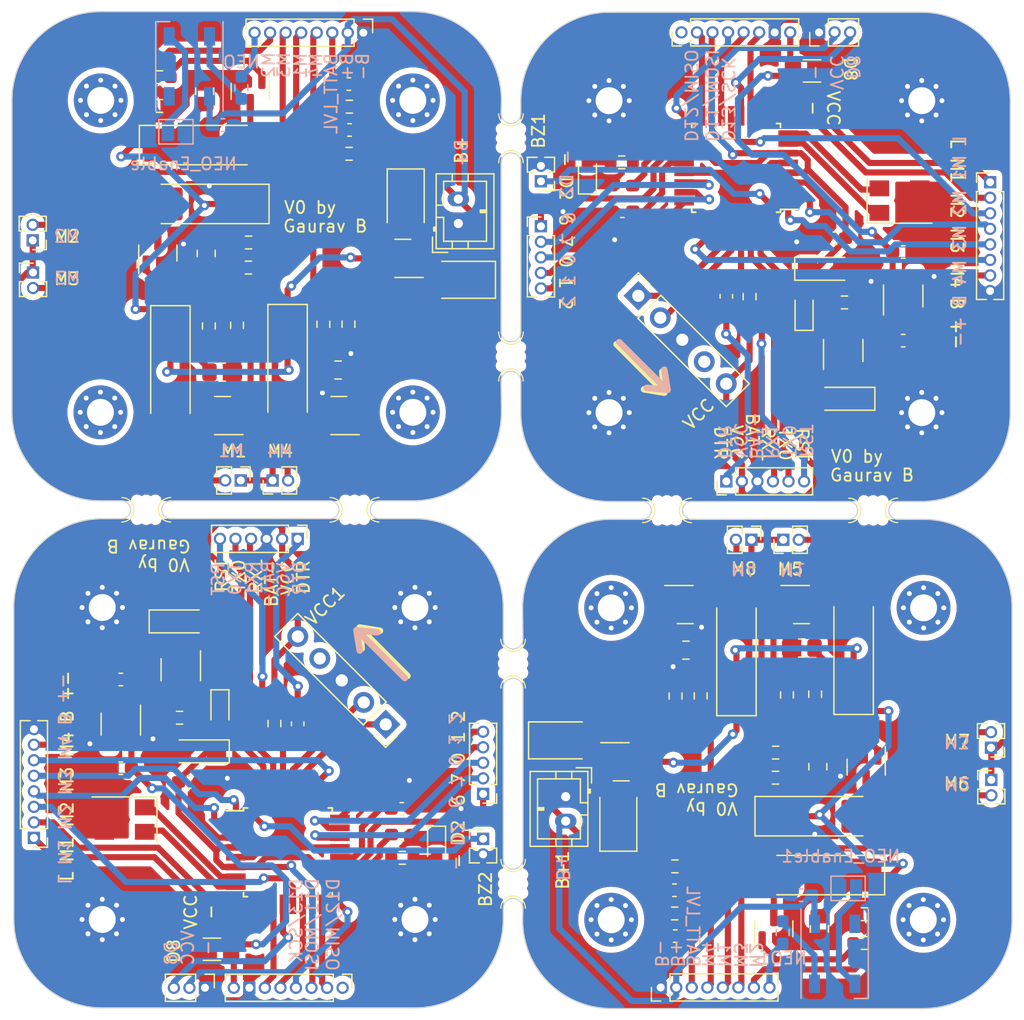
<source format=kicad_pcb>
(kicad_pcb (version 20221018) (generator pcbnew)
  (layers (0 "F.Cu" signal) (31 "B.Cu" signal) (34 "B.Paste" user) (35 "F.Paste" user) (36 "B.SilkS" user "B.Silkscreen") (37 "F.SilkS" user "F.Silkscreen") (38 "B.Mask" user) (39 "F.Mask" user) (44 "Edge.Cuts" user))
  (net 0 "")
  (net 1 "D8")
  (net 2 "RST")
  (net 3 "DTR")
  (net 4 "Net-(U1-AREF)")
  (net 5 "VCC")
  (net 6 "+3.3V")
  (net 7 "VMOT")
  (net 8 "A0")
  (net 9 "Net-(D1-A)")
  (net 10 "Net-(D2-K)")
  (net 11 "Net-(D3-A)")
  (net 12 "Net-(D4-A)")
  (net 13 "Net-(D5-A)")
  (net 14 "Net-(D6-A)")
  (net 16 "Net-(D9-VSS)")
  (net 17 "Net-(D9-DIN)")
  (net 19 "D12")
  (net 20 "D11")
  (net 21 "D13")
  (net 22 "D10")
  (net 23 "D7")
  (net 24 "RX1")
  (net 25 "TX0")
  (net 26 "A4")
  (net 27 "A5")
  (net 28 "D2")
  (net 29 "-BATT")
  (net 30 "A6")
  (net 31 "A7")
  (net 32 "A1")
  (net 33 "A2")
  (net 34 "A3")
  (net 35 "Net-(Q1-G)")
  (net 36 "Net-(Q2-G)")
  (net 37 "Net-(Q3-G)")
  (net 38 "Net-(Q4-G)")
  (net 39 "D5")
  (net 40 "D3")
  (net 41 "D6")
  (net 42 "D9")
  (net 43 "D4")
  (net 44 "Net-(U1-XTAL1{slash}PB6)")
  (net 45 "Net-(U1-XTAL2{slash}PB7)")
  (net 48 "+BATT IN")
  (net 49 "+BATT")
  (net 50 "BATT LVL")
  (net 51 "M4")
  (net 52 "M1")
  (net 53 "M2")
  (net 54 "M3")
  (net 56 "D4 IN")
  (footprint "Resistor_SMD:R_0603_1608Metric_Pad0.98x0.95mm_HandSolder" (layer "F.Cu") (at 211.712499 38.349999)
    (fp_text reference "R8" hide)
    (fp_text value "10k")
  )
  (footprint "Capacitor_Tantalum_SMD:CP_EIA-3528-12_Kemet-T_Pad1.50x2.35mm_HandSolder" (layer "F.Cu") (at 241.925001 85.475 90)
    (fp_text reference "C32" hide)
    (fp_text value "100uf")
  )
  (footprint "LED_SMD:LED_0603_1608Metric_Pad1.05x0.95mm_HandSolder" (layer "F.Cu") (at 209.375 76.575 -90)
    (fp_text reference "D8" hide)
    (fp_text value "Red")
  )
  (footprint "Crystal:Crystal_SMD_5032-4Pin_5.0x3.2mm" (layer "F.Cu") (at 201.575 85.525 180)
    (fp_text reference "Y2" hide)
    (fp_text value "Crystal_GND2")
  )
  (footprint "Connector_JST:JST_PH_B2B-PH-K_1x02_P2.00mm_Vertical" (layer "F.Cu") (at 228.85 36.8 90)
    (fp_text reference "B+")
    (fp_text value "PWR")
  )
  (footprint "Panelization.pretty-master:mouse-bite-2mm-slot" (layer "F.Cu") (at 262.75 60.25)
    (fp_text reference "mouse-bite-2mm-slot1" hide)
    (fp_text value "VAL**" hide)
  )
  (footprint "Resistor_SMD:R_0603_1608Metric_Pad0.98x0.95mm_HandSolder" (layer "F.Cu") (at 219.95 27.25)
    (fp_text reference "R13" hide)
    (fp_text value "33k")
  )
  (footprint "Connector_PinHeader_1.27mm:PinHeader_1x08_P1.27mm_Vertical" (layer "F.Cu") (at 247.080001 21.175 90)
    (fp_text reference "J1" hide)
    (fp_text value "NRF24")
  )
  (footprint "Connector_PinHeader_1.27mm:PinHeader_1x05_P1.27mm_Vertical" (layer "F.Cu") (at 235.600001 37.025001)
    (fp_text reference "J13" hide)
    (fp_text value "Open")
  )
  (footprint "Capacitor_SMD:C_0603_1608Metric_Pad1.08x0.95mm_HandSolder" (layer "F.Cu") (at 242.225001 33.7)
    (fp_text reference "C3" hide)
    (fp_text value "0.1uf")
  )
  (footprint "Package_TO_SOT_SMD:SOT-23-5_HandSoldering" (layer "F.Cu") (at 265.200002 42.724999 90)
    (fp_text reference "U3" hide)
    (fp_text value "LP5907MFX-3.3")
  )
  (footprint "Diode_SMD:D_MELF_Handsoldering" (layer "F.Cu") (at 205.324999 48.924999 -90)
    (fp_text reference "D3" hide)
    (fp_text value "SS34")
  )
  (footprint "Capacitor_SMD:C_0603_1608Metric_Pad1.08x0.95mm_HandSolder" (layer "F.Cu") (at 219.899999 25.4 180)
    (fp_text reference "C18" hide)
    (fp_text value "100nf")
  )
  (footprint "Capacitor_Tantalum_SMD:CP_EIA-3528-12_Kemet-T_Pad1.50x2.35mm_HandSolder" (layer "F.Cu") (at 237.225001 79.05)
    (fp_text reference "C33" hide)
    (fp_text value "100uf")
  )
  (footprint "Panelization.pretty-master:mouse-bite-2mm-slot" (layer "F.Cu") (at 233.325001 72.775 -90)
    (fp_text reference "mouse-bite-2mm-slot1" hide)
    (fp_text value "VAL**" hide)
  )
  (footprint "Connector_PinHeader_1.27mm:PinHeader_1x05_P1.27mm_Vertical" (layer "F.Cu") (at 230.875 83.424999 180)
    (fp_text reference "J14" hide)
    (fp_text value "Open")
  )
  (footprint "MountingHole:MountingHole_2.2mm_M2_Pad_Via" (layer "F.Cu") (at 241.341728 93.716726 180)
    (fp_text reference "H16" hide)
    (fp_text value "MountingHole")
  )
  (footprint "Resistor_SMD:R_0603_1608Metric_Pad0.98x0.95mm_HandSolder" (layer "F.Cu") (at 252.650001 42.775 -90)
    (fp_text reference "R1" hide)
    (fp_text value "10K")
  )
  (footprint "Panelization.pretty-master:mouse-bite-2mm-slot" (layer "F.Cu") (at 203.35 60.2)
    (fp_text reference "mouse-bite-2mm-slot1" hide)
    (fp_text value "VAL**" hide)
  )
  (footprint "Package_TO_SOT_SMD:SOT-23" (layer "F.Cu") (at 256.887501 67.95)
    (fp_text reference "Q6" hide)
    (fp_text value "AO3400A")
  )
  (footprint "MountingHole:MountingHole_2.2mm_M2_Pad_Via" (layer "F.Cu") (at 266.866727 68.216726 180)
    (fp_text reference "H14" hide)
    (fp_text value "MountingHole")
  )
  (footprint "Connector_PinSocket_2.54mm:PinSocket_1x05_P2.54mm_Vertical" (layer "F.Cu") (at 243.557899 42.707898 45)
    (fp_text reference "VCC")
    (fp_text value "MPU9250 + BMP280")
  )
  (footprint "Resistor_SMD:R_0603_1608Metric_Pad0.98x0.95mm_HandSolder" (layer "F.Cu") (at 262.037503 95.6125)
    (fp_text reference "R21" hide)
    (fp_text value "100")
  )
  (footprint "Resistor_SMD:R_0603_1608Metric_Pad0.98x0.95mm_HandSolder" (layer "F.Cu") (at 204.437498 24.8375 180)
    (fp_text reference "R7" hide)
    (fp_text value "100")
  )
  (footprint "Resistor_SMD:R_0603_1608Metric_Pad0.98x0.95mm_HandSolder" (layer "F.Cu") (at 255.705003 75.3375 -90)
    (fp_text reference "R19" hide)
    (fp_text value "100")
  )
  (footprint "MountingHole:MountingHole_2.2mm_M2_Pad_Via" (layer "F.Cu") (at 266.716727 26.758274 -90)
    (fp_text reference "H1" hide)
    (fp_text value "MountingHole")
  )
  (footprint "Connector_PinHeader_1.27mm:PinHeader_1x02_P1.27mm_Vertical" (layer "F.Cu") (at 252.800001 62.65 -90)
    (fp_text reference "M8")
    (fp_text value "Motor4")
  )
  (footprint "Connector_PinHeader_1.27mm:PinHeader_1x02_P1.27mm_Vertical" (layer "F.Cu") (at 235.600001 33.35 180)
    (fp_text reference "BZ1")
    (fp_text value "Buzzer")
  )
  (footprint "Capacitor_SMD:C_0603_1608Metric_Pad1.08x0.95mm_HandSolder" (layer "F.Cu") (at 206.85 82.45 180)
    (fp_text reference "C24" hide)
    (fp_text value "0.1uf")
  )
  (footprint "Package_TO_SOT_SMD:SOT-23" (layer "F.Cu") (at 211.85 26 -90)
    (fp_text reference "Q2" hide)
    (fp_text value "AO3400A")
  )
  (footprint "Connector_PinHeader_1.27mm:PinHeader_1x02_P1.27mm_Vertical" (layer "F.Cu") (at 194.1 40.800001)
    (fp_text reference "M3")
    (fp_text value "Motor3")
  )
  (footprint "MountingHole:MountingHole_2.2mm_M2_Pad_Via" (layer "F.Cu") (at 241.341728 68.216726 180)
    (fp_text reference "H15" hide)
    (fp_text value "MountingHole")
  )
  (footprint "Resistor_SMD:R_0603_1608Metric_Pad0.98x0.95mm_HandSolder" (layer "F.Cu") (at 246.600001 75.425 -90)
    (fp_text reference "R25" hide)
    (fp_text value "100")
  )
  (footprint "Package_TO_SOT_SMD:SOT-23-5_HandSoldering" (layer "F.Cu") (at 260.300001 47.175 90)
    (fp_text reference "U2" hide)
    (fp_text value "MIC5205YM5")
  )
  (footprint "Capacitor_SMD:C_1206_3216Metric_Pad1.33x1.80mm_HandSolder" (layer "F.Cu") (at 257.750001 24.325)
    (fp_text reference "C9" hide)
    (fp_text value "10uf")
  )
  (footprint "MountingHole:MountingHole_2.2mm_M2_Pad_Via" (layer "F.Cu") (at 199.758274 68.191726 90)
    (fp_text reference "H12" hide)
    (fp_text value "MountingHole")
  )
  (footprint "Resistor_SMD:R_0603_1608Metric_Pad0.98x0.95mm_HandSolder" (layer "F.Cu") (at 254.762502 82.1 180)
    (fp_text reference "R22" hide)
    (fp_text value "10k")
  )
  (footprint "Capacitor_SMD:C_0603_1608Metric_Pad1.08x0.95mm_HandSolder" (layer "F.Cu") (at 224.25 86.75 180)
    (fp_text reference "C21" hide)
    (fp_text value "0.1uf")
  )
  (footprint "Connector_PinHeader_1.27mm:PinHeader_1x08_P1.27mm_Vertical" (layer "F.Cu") (at 219.395 99.275 -90)
    (fp_text reference "J3" hide)
    (fp_text value "NRF24")
  )
  (footprint "MountingHole:MountingHole_2.2mm_M2_Pad_Via" (layer "F.Cu") (at 199.608274 52.233274)
    (fp_text reference "H6" hide)
    (fp_text value "MountingHole")
  )
  (footprint "Capacitor_SMD:C_0805_2012Metric_Pad1.18x1.45mm_HandSolder" (layer "F.Cu") (at 258.350003 94.4625 90)
    (fp_text reference "C29" hide)
    (fp_text value "22uf")
  )
  (footprint "Diode_SMD:D_MELF_Handsoldering" (layer "F.Cu") (at 208.199998 30.3875)
    (fp_text reference "D4" hide)
    (fp_text value "SS34")
  )
  (footprint "LED_SMD:LED_0603_1608Metric_Pad1.05x0.95mm_HandSolder" (layer "F.Cu") (at 257.100001 43.875 90)
    (fp_text reference "D2" hide)
    (fp_text value "Red")
  )
  (footprint "Resistor_SMD:R_0603_1608Metric_Pad0.98x0.95mm_HandSolder" (layer "F.Cu") (at 213.825 77.675 90)
    (fp_text reference "R15" hide)
    (fp_text value "10K")
  )
  (footprint "Resistor_SMD:R_0603_1608Metric_Pad0.98x0.95mm_HandSolder" (layer "F.Cu") (at 254.775001 80.05 180)
    (fp_text reference "R23" hide)
    (fp_text value "100")
  )
  (footprint "Resistor_SMD:R_0603_1608Metric_Pad0.98x0.95mm_HandSolder" (layer "F.Cu") (at 210.769998 45.1125 90)
    (fp_text reference "R5" hide)
    (fp_text value "100")
  )
  (footprint "MountingHole:MountingHole_2.2mm_M2_Pad_Via" (layer "F.Cu") (at 266.841727 93.716725 180)
    (fp_text reference "H13" hide)
    (fp_text value "MountingHole")
  )
  (footprint "Resistor_SMD:R_0603_1608Metric_Pad0.98x0.95mm_HandSolder" (layer "F.Cu") (at 258.005003 75.274999 -90)
    (fp_text reference "R18" hide)
    (fp_text value "10k")
  )
  (footprint "Resistor_SMD:R_0603_1608Metric_Pad0.98x0.95mm_HandSolder" (layer "F.Cu") (at 217.825002 45.0375 90)
    (fp_text reference "R10" hide)
    (fp_text value "10k")
  )
  (footprint "Connector_PinHeader_1.27mm:PinHeader_1x02_P1.27mm_Vertical" (layer "F.Cu") (at 272.375001 79.649999 180)
    (fp_text reference "M7")
    (fp_text value "Motor3")
  )
  (footprint "Resistor_SMD:R_0603_1608Metric_Pad0.98x0.95mm_HandSolder" (layer "F.Cu") (at 224.275 88.65 180)
    (fp_text reference "R16" hide)
    (fp_text value "330")
  )
  (footprint "Panelization.pretty-master:mouse-bite-2mm-slot" (layer "F.Cu") (at 220.375 60.2)
    (fp_text reference "mouse-bite-2mm-slot1" hide)
    (fp_text value "VAL**" hide)
  )
  (footprint "Package_TO_SOT_SMD:SOT-23" (layer "F.Cu") (at 204.300001 39.2125 90)
    (fp_text reference "Q3" hide)
    (fp_text value "AO3400A")
  )
  (footprint "Package_TO_SOT_SMD:SOT-23" (layer "F.Cu") (at 242.162501 80.8)
    (fp_text reference "Q10" hide)
    (fp_text value "AO3401A")
  )
  (footprint "Capacitor_SMD:C_0603_1608Metric_Pad1.08x0.95mm_HandSolder" (layer "F.Cu") (at 224.224999 84.65 180)
    (fp_text reference "C20" hide)
    (fp_text value "0.1uf")
  )
  (footprint "Capacitor_SMD:C_0603_1608Metric_Pad1.08x0.95mm_HandSolder" (layer "F.Cu") (at 265.200001 46.375)
    (fp_text reference "C7" hide)
    (fp_text value "1uf")
  )
  (footprint "Capacitor_SMD:C_0805_2012Metric_Pad1.18x1.45mm_HandSolder" (layer "F.Cu") (at 209.557498 48.95 180)
    (fp_text reference "C10" hide)
    (fp_text value "22uf")
  )
  (footprint "Connector_PinHeader_1.27mm:PinHeader_1x02_P1.27mm_Vertical" (layer "F.Cu") (at 272.400001 82.275)
    (fp_text reference "M6")
    (fp_text value "Motor2")
  )
  (footprint "Package_QFP:TQFP-32_7x7mm_P0.8mm" (layer "F.Cu") (at 214.925 88.2)
    (fp_text reference "U4" hide)
    (fp_text value "ATmega328P-A")
  )
  (footprint "Capacitor_SMD:C_0603_1608Metric_Pad1.08x0.95mm_HandSolder" (layer "F.Cu") (at 265.200001 39.125 180)
    (fp_text reference "C8" hide)
    (fp_text value "1uf")
  )
  (footprint "Package_TO_SOT_SMD:SOT-23" (layer "F.Cu") (at 219.0875 52.5 180)
    (fp_text reference "Q4" hide)
    (fp_text value "AO3400A")
  )
  (footprint "MountingHole:MountingHole_2.2mm_M2_Pad_Via" (layer "F.Cu") (at 225.133274 52.233274)
    (fp_text reference "H7" hide)
    (fp_text value "MountingHole")
  )
  (footprint "MountingHole:MountingHole_2.2mm_M2_Pad_Via" (layer "F.Cu") (at 199.633274 26.733274)
    (fp_text reference "H5" hide)
    (fp_text value "MountingHole")
  )
  (footprint "Connector_PinHeader_1.27mm:PinHeader_1x08_P1.27mm_Vertical" (layer "F.Cu") (at 245.385002 99.25 90)
    (fp_text reference "NEO1")
    (fp_text value "POWER")
  )
  (footprint "Package_QFP:TQFP-32_7x7mm_P0.8mm" (layer "F.Cu") (at 251.550001 32.25 180)
    (fp_text reference "U1" hide)
    (fp_text value "ATmega328P-A")
  )
  (footprint "Capacitor_SMD:C_0603_1608Metric_Pad1.08x0.95mm_HandSolder" (layer "F.Cu") (at 259.625001 38)
    (fp_text reference "C6" hide)
    (fp_text value "0.1uf")
  )
  (footprint "Resistor_SMD:R_0603_1608Metric_Pad0.98x0.95mm_HandSolder" (layer "F.Cu") (at 246.550001 89.35)
    (fp_text reference "R26" hide)
    (fp_text value "100k")
  )
  (footprint "Capacitor_Tantalum_SMD:CP_EIA-3216-10_Kemet-I_Pad1.58x1.35mm_HandSolder" (layer "F.Cu") (at 206.075 69.325)
    (fp_text reference "C22" hide)
    (fp_text value "10uf")
  )
  (footprint "Resistor_SMD:R_0603_1608Metric_Pad0.98x0.95mm_HandSolder" (layer "F.Cu") (at 242.200001 31.8)
    (fp_text reference "R2" hide)
    (fp_text value "330")
  )
  (footprint "Capacitor_SMD:C_0603_1608Metric_Pad1.08x0.95mm_HandSolder" (layer "F.Cu") (at 201.275 81.325)
    (fp_text reference "C26" hide)
    (fp_text value "1uf")
  )
  (footprint "Connector_PinHeader_1.27mm:PinHeader_1x06_P1.27mm_Vertical" (layer "F.Cu") (at 250.750001 57.875 90)
    (fp_text reference "J2" hide)
    (fp_text value "UART + BT")
  )
  (footprint "Connector_PinHeader_1.27mm:PinHeader_1x08_P1.27mm_Vertical" (layer "F.Cu") (at 272.300001 33.425)
    (fp_text reference "J7" hide)
    (fp_text value "MCU")
  )
  (footprint "Resistor_SMD:R_0603_1608Metric_Pad0.98x0.95mm_HandSolder" (layer "F.Cu") (at 248.649999 75.4125 -90)
    (fp_text reference "R24" hide)
    (fp_text value "10k")
  )
  (footprint "Package_TO_SOT_SMD:SOT-23" (layer "F.Cu") (at 247.387501 67.95)
    (fp_text reference "Q9" hide)
    (fp_text value "AO3400A")
  )
  (footprint "Capacitor_SMD:C_0603_1608Metric_Pad1.08x0.95mm_HandSolder" (layer "F.Cu") (at 246.512502 91.3)
    (fp_text reference "C34" hide)
    (fp_text value "10uf")
  )
  (footprint "Capacitor_SMD:C_0805_2012Metric_Pad1.18x1.45mm_HandSolder" (layer "F.Cu") (at 256.917503 71.5)
    (fp_text reference "C28" hide)
    (fp_text value "22uf")
  )
  (footprint "Capacitor_Tantalum_SMD:CP_EIA-3528-12_Kemet-T_Pad1.50x2.35mm_HandSolder" (layer "F.Cu") (at 224.55 34.975 -90)
    (fp_text reference "C14" hide)
    (fp_text value "100uf")
  )
  (footprint "Package_TO_SOT_SMD:SOT-23" (layer "F.Cu") (at 254.625001 94.45 90)
    (fp_text reference "Q7" hide)
    (fp_text value "AO3400A")
  )
  (footprint "LOGO" (layer "F.Cu") (at 222.829294 71.73231 -45)
    (fp_text reference "G***1" hide)
    (fp_text value "LOGO" hide)
  )
  (footprint "Capacitor_SMD:C_1206_3216Metric_Pad1.33x1.80mm_HandSolder" (layer "F.Cu") (at 208.725 96.125 180)
    (fp_text reference "C27" hide)
    (fp_text value "10uf")
  )
  (footprint "Capacitor_SMD:C_0603_1608Metric_Pad1.08x0.95mm_HandSolder" (layer "F.Cu") (at 219.962499 29.15 180)
    (fp_text reference "C17" hide)
    (fp_text value "10uf")
  )
  (footprint "Package_TO_SOT_SMD:SOT-23-5_HandSoldering" (layer "F.Cu") (at 206.175 73.275 -90)
    (fp_text reference "U5" hide)
    (fp_text value "MIC5205YM5")
  )
  (footprint "Connector_PinHeader_1.27mm:PinHeader_1x02_P1.27mm_Vertical" (layer "F.Cu") (at 230.875 87.1)
    (fp_text reference "BZ2")
    (fp_text value "Buzzer")
  )
  (footprint "Capacitor_SMD:C_0805_2012Metric_Pad1.18x1.45mm_HandSolder" (layer "F.Cu") (at 208.25 39.249999 90)
    (fp_text reference "C12" hide)
    (fp_text value "22uf")
  )
  (footprint "Package_TO_SOT_SMD:SOT-23" (layer "F.Cu") (at 209.5875 52.5 180)
    (fp_text reference "Q1" hide)
    (fp_text value "AO3400A")
  )
  (footprint "Resistor_SMD:R_0603_1608Metric_Pad0.98x0.95mm_HandSolder" (layer "F.Cu") (at 246.525001 93.2 180)
    (fp_text reference "R27" hide)
    (fp_text value "33k")
  )
  (footprint "Panelization.pretty-master:mouse-bite-2mm-slot" (layer "F.Cu") (at 233.15 29.825 90)
    (fp_text reference "mouse-bite-2mm-slot" hide)
    (fp_text value "VAL**" hide)
  )
  (footprint "Resistor_SMD:R_0603_1608Metric_Pad0.98x0.95mm_HandSolder" (layer "F.Cu") (at 219.875 45.025 90)
    (fp_text reference "R11" hide)
    (fp_text value "100")
  )
  (footprint "Capacitor_SMD:C_0805_2012Metric_Pad1.18x1.45mm_HandSolder" (layer "F.Cu") (at 247.450002 71.675)
    (fp_text reference "C31" hide)
    (fp_text value "22uf")
  )
  (footprint "MountingHole:MountingHole_2.2mm_M2_Pad_Via" (layer "F.Cu") (at 241.166727 26.758274 -90)
    (fp_text reference "H2" hide)
    (fp_text value "MountingHole")
  )
  (footprint "Capacitor_SMD:C_0603_1608Metric_Pad1.08x0.95mm_HandSolder" (layer "F.Cu") (at 215.725 77.7 90)
    (fp_text reference "C16" hide)
    (fp_text value "0.1uf")
  )
  (footprint "Resistor_SMD:R_0603_1608Metric_Pad0.98x0.95mm_HandSolder" (layer "F.Cu") (at 219.925 31.1 180)
    (fp_text reference "R12" hide)
    (fp_text value "100k")
  )
  (footprint "MountingHole:MountingHole_2.2mm_M2_Pad_Via" (layer "F.Cu") (at 199.758274 93.691726 90)
    (fp_text reference "H9" hide)
    (fp_text value "MountingHole")
  )
  (footprint "Diode_SMD:D_MELF_Handsoldering" (layer "F.Cu") (at 261.150002 71.525001 90)
    (fp_text reference "D10" hide)
    (fp_text value "SS34")
  )
  (footprint "Diode_SMD:D_MELF_Handsoldering" (layer "F.Cu") (at 214.9 48.825 -90)
    (fp_text reference "D6" hide)
    (fp_text value "SS34")
  )
  (footprint "Connector_PinHeader_1.27mm:PinHeader_1x08_P1.27mm_Vertical" (layer "F.Cu") (at 221.09 21.2 -90)
    (fp_text reference "NEO")
    (fp_text value "POWER")
  )
  (footprint "Diode_SMD:D_MELF_Handsoldering" (layer "F.Cu") (at 251.575001 71.625 90)
    (fp_text reference "D13" hide)
    (fp_text value "SS34")
  )
  (footprint "Panelization.pretty-master:mouse-bite-2mm-slot" (layer "F.Cu") (at 233.325 90.775 -90)
    (fp_text reference "mouse-bite-2mm-slot1" hide)
    (fp_text value "VAL**" hide)
  )
  (footprint "Capacitor_SMD:C_0603_1608Metric_Pad1.08x0.95mm_HandSolder" (layer "F.Cu") (at 201.275 74.075 180)
    (fp_text reference "C25" hide)
    (fp_text value "1uf")
  )
  (footprint "Connector_PinHeader_1.27mm:PinHeader_1x02_P1.27mm_Vertical" (layer "F.Cu") (at 194.075 38.175 180)
    (fp_text reference "M2")
    (fp_text value "Motor2")
  )
  (footprint "LED_SMD:LED_0603_1608Metric_Pad1.05x0.95mm_HandSolder" (layer "F.Cu") (at 239.400001 32.725 90)
    (fp_text reference "D1" hide)
    (fp_text value "Green")
  )
  (footprint "Package_TO_SOT_SMD:SOT-23" (layer "F.Cu") (at 224.3125 39.65 180)
    (fp_text reference "Q5" hide)
    (fp_text value "AO3401A")
  )
  (footprint "MountingHole:MountingHole_2.2mm_M2_Pad_Via" (layer "F.Cu") (at 225.308274 68.191726 90)
    (fp_text reference "H11" hide)
    (fp_text value "MountingHole")
  )
  (footprint "Resistor_SMD:R_0603_1608Metric_Pad0.98x0.95mm_HandSolder" (layer "F.Cu") (at 206.075 77.2)
    (fp_text reference "R17" hide)
    (fp_text value "10k")
  )
  (footprint "Capacitor_SMD:C_0805_2012Metric_Pad1.18x1.45mm_HandSolder" (layer "F.Cu") (at 258.225001 81.200001 -90)
    (fp_text reference "C30" hide)
    (fp_text value "22uf")
  )
  (footprint "Capacitor_Tantalum_SMD:CP_EIA-3216-10_Kemet-I_Pad1.58x1.35mm_HandSolder" (layer "F.Cu") (at 260.400001 51.125 180)
    (fp_text reference "C4" hide)
    (fp_text value "10uf")
  )
  (footprint "Connector_PinHeader_1.27mm:PinHeader_1x02_P1.27mm_Vertical" (layer "F.Cu") (at 211.075 57.8 -90)
    (fp_text reference "M1")
    (fp_text value "Motor1")
  )
  (footprint "Capacitor_SMD:C_0805_2012Metric_Pad1.18x1.45mm_HandSolder" (layer "F.Cu") (at 219.025 48.775 180)
    (fp_text reference "C13" hide)
    (fp_text value "22uf")
  )
  (footprint "Resistor_SMD:R_0603_1608Metric_Pad0.98x0.95mm_HandSolder" (layer "F.Cu") (at 204.437498 27.1875 180)
    (fp_text reference "R6" hide)
    (fp_text value "10k")
  )
  (footprint "Package_TO_SOT_SMD:SOT-23-5_HandSoldering" (layer "F.Cu") (at 201.274999 77.725001 -90)
    (fp_text reference "U6" hide)
    (fp_text value "LP5907MFX-3.3")
  )
  (footprint "Connector_PinHeader_1.27mm:PinHeader_1x08_P1.27mm_Vertical" (layer "F.Cu") (at 194.175 87.025 180)
    (fp_text reference "J8" hide)
    (fp_text value "MCU")
  )
  (footprint "Capacitor_SMD:C_0603_1608Metric_Pad1.08x0.95mm_HandSolder" (layer "F.Cu") (at 246.575002 95.05)
    (fp_text reference "C35" hide)
    (fp_text value "100nf")
  )
  (footprint "Capacitor_Tantalum_SMD:CP_EIA-3216-10_Kemet-I_Pad1.58x1.35mm_HandSolder" (layer "F.Cu") (at 207.65 79.949999 180)
    (fp_text reference "C23" hide)
    (fp_text value "10uf")
  )
  (footprint "MountingHole:MountingHole_2.2mm_M2_Pad_Via" (layer "F.Cu") (at 266.716727 52.258274 -90)
    (fp_text reference "H4" hide)
    (fp_text value "MountingHole")
  )
  (footprint "Capacitor_SMD:C_0603_1608Metric_Pad1.08x0.95mm_HandSolder" (layer "F.Cu") (at 250.750001 42.75 -90)
    (fp_text reference "C1" hide)
    (fp_text value "0.1uf")
  )
  (footprint "Diode_SMD:D_MELF_Handsoldering" (layer "F.Cu") (at 258.500001 85.25)
    (fp_text reference "D12" hide)
    (fp_text value "SS34")
  )
  (footprint "Connector_JST:JST_PH_B2B-PH-K_1x02_P2.00mm_Vertical" (layer "F.Cu") (at 237.625001 83.65 -90)
    (fp_text reference "B+1")
    (fp_text value "PWR")
  )
  (footprint "Capacitor_Tantalum_SMD:CP_EIA-3528-12_Kemet-T_Pad1.50x2.35mm_HandSolder" (layer "F.Cu") (at 229.250001 41.4 180)
    (fp_text reference "C15" hide)
    (fp_text value "100uf")
  )
  (footprint "Panelization.pretty-master:mouse-bite-2mm-slot" (layer "F.Cu") (at 233.15 47.675 90)
    (fp_text reference "mouse-bite-2mm-slot" hide)
    (fp_text value "VAL**" hide)
  )
  (footprint "MountingHole:MountingHole_2.2mm_M2_Pad_Via" (layer "F.Cu") (at 225.308274 93.691726 90)
    (fp_text reference "H10" hide)
    (fp_text value "MountingHole")
  )
  (footprint "Capacitor_SMD:C_0603_1608Metric_Pad1.08x0.95mm_HandSolder" (layer "F.Cu") (at 242.250001 35.8)
    (fp_text reference "C2" hide)
    (fp_text value "0.1uf")
  )
  (footprint "LED_SMD:LED_0603_1608Metric_Pad1.05x0.95mm_HandSolder" (layer "F.Cu") (at 227.075 87.725 -90)
    (fp_text reference "D7" hide)
    (fp_text value "Green")
  )
  (footprint "Package_TO_SOT_SMD:SOT-23" (layer "F.Cu") (at 262.175 81.2375 -90)
    (fp_text reference "Q8" hide)
    (fp_text value "AO3400A")
  )
  (footprint "Panelization.pretty-master:mouse-bite-2mm-slot" (layer "F.Cu") (at 245.9 60.25)
    (fp_text reference "mouse-bite-2mm-slot1" hide)
    (fp_text value "VAL**" hide)
  )
  (footprint "Resistor_SMD:R_0603_1608Metric_Pad0.98x0.95mm_HandSolder" (layer "F.Cu") (at 211.7 40.4)
    (fp_text reference "R9" hide)
    (fp_text value "100")
  )
  (footprint "Resistor_SMD:R_0603_1608Metric_Pad0.98x0.95mm_HandSolder" (layer "F.Cu") (at 260.400001 43.25 180)
    (fp_text reference "R3" hide)
    (fp_text value "10k")
  )
  (footprint "LOGO" (layer "F.Cu") (at 243.645707 48.71769 135)
    (fp_text reference "G***" hide)
    (fp_text value "LOGO" hide)
  )
  (footprint "Connector_PinSocket_2.54mm:PinSocket_1x05_P2.54mm_Vertical" (layer "F.Cu") (at 222.917102 77.742102 -135)
    (fp_text reference "VCC1")
    (fp_text value "MPU9250 + BMP280")
  )
  (footprint "Connector_PinHeader_1.27mm:PinHeader_1x06_P1.27mm_Vertical" (layer "F.Cu") (at 215.725 62.575 -90)
    (fp_text reference "J4" hide)
    (fp_text value "UART + BT")
  )
  (footprint "Connector_PinHeader_1.27mm:PinHeader_1x03_P1.27mm_Vertical" (layer "F.Cu") (at 208.15 99.274999 -90)
    (fp_text reference "J12" hide)
    (fp_text value "PPM")
  )
  (footprint "Connector_PinHeader_1.27mm:PinHeader_1x02_P1.27mm_Vertical" (layer "F.Cu") (at 213.675 57.8 90)
    (fp_text reference "M4")
    (fp_text value "Motor4")
  )
  (footprint "Diode_SMD:D_MELF_Handsoldering" (layer "F.Cu") (at 258.275003 90.0625 180)
    (fp_text reference "D11" hide)
    (fp_text value "SS34")
  )
  (footprint "Diode_SMD:D_MELF_Handsoldering" (layer "F.Cu") (at 207.975 35.2 180)
    (fp_text reference "D5" hide)
    (fp_text value "SS34")
  )
  (footprint "Resistor_SMD:R_0603_1608Metric_Pad0.98x0.95mm_HandSolder" (layer "F.Cu") (at 262.037503 93.2625)
    (fp_text reference "R20" hide)
    (fp_text value "10k")
  )
  (footprint "MountingHole:MountingHole_2.2mm_M2_Pad_Via" (layer "F.Cu") (at 241.166727 52.258274 -90)
    (fp_text reference "H3" hide)
    (fp_text value "MountingHole")
  )
  (footprint "Connector_PinHeader_1.27mm:PinHeader_1x02_P1.27mm_Vertical" (layer "F.Cu") (at 255.400001 62.65 90)
    (fp_text reference "M5")
    (fp_text value "Motor1")
  )
  (footprint "Connector_PinHeader_1.27mm:PinHeader_1x03_P1.27mm_Vertical" (layer "F.Cu") (at 258.325001 21.175001 90)
    (fp_text reference "J11" hide)
    (fp_text value "PPM")
  )
  (footprint "Capacitor_SMD:C_0805_2012Metric_Pad1.18x1.45mm_HandSolder" (layer "F.Cu") (at 208.124998 25.9875 -90)
    (fp_text reference "C11" hide)
    (fp_text value "22uf")
  )
  (footprint "Crystal:Crystal_SMD_5032-4Pin_5.0x3.2mm" (layer "F.Cu") (at 264.900001 34.925)
    (fp_text reference "Y1" hide)
    (fp_text value "Crystal_GND2")
  )
  (footprint "MountingHole:MountingHole_2.2mm_M2_Pad_Via" (layer "F.Cu") (at 225.133274 26.733274)
    (fp_text reference "H8" hide)
    (fp_text value "MountingHole")
  )
  (footprint "Capacitor_Tantalum_SMD:CP_EIA-3216-10_Kemet-I_Pad1.58x1.35mm_HandSolder" (layer "F.Cu") (at 258.825001 40.500001)
    (fp_text reference "C5" hide)
    (fp_text value "10uf")
  )
  (footprint "Resistor_SMD:R_0603_1608Metric_Pad0.98x0.95mm_HandSolder" (layer "F.Cu") (at 208.469998 45.175 90)
    (fp_text reference "R4" hide)
    (fp_text value "10k")
  )
  (footprint "Jumper:SolderJumper-2_P1.3mm_Open_Pad1.0x1.5mm" (layer "B.Cu") (at 260.700001 91.15 180)
    (fp_text reference "NEO_Enable1")
    (fp_text value "LED ON OFF")
  )
  (footprint "LOGO" (layer "B.Cu") (at 244.042692 48.362433 135)
    (fp_text reference "G***" hide)
    (fp_text value "LOGO" hide)
  )
  (footprint "LED_SMD:LED_WS2812B_PLCC4_5.0x5.0mm_P3.2mm" (layer "B.Cu") (at 206.875 23.95 90)
    (fp_text reference "D9" hide)
    (fp_text value "WS2812B")
  )
  (footprint "Resistor_SMD:R_0603_1608Metric_Pad0.98x0.95mm_HandSolder" (layer "B.Cu") (at 255.350001 94.75 90)
    (fp_text reference "R28" hide)
    (fp_text value "390")
  )
  (footprint "Capacitor_SMD:C_0603_1608Metric_Pad1.08x0.95mm_HandSolder" (layer "B.Cu") (at 256.850001 91.7)
    (fp_text reference "C36" hide)
    (fp_text value "100nf")
  )
  (footprint "Resistor_SMD:R_0603_1608Metric_Pad0.98x0.95mm_HandSolder" (layer "B.Cu") (at 211.125 25.7 -90)
    (fp_text reference "R14" hide)
    (fp_text value "390")
  )
  (footprint "Jumper:SolderJumper-2_P1.3mm_Open_Pad1.0x1.5mm" (layer "B.Cu") (at 205.775 29.3)
    (fp_text reference "NEO_Enable")
    (fp_text value "LED ON OFF")
  )
  (footprint "Capacitor_SMD:C_0603_1608Metric_Pad1.08x0.95mm_HandSolder" (layer "B.Cu") (at 209.625 28.75 180)
    (fp_text reference "C19" hide)
    (fp_text value "100nf")
  )
  (footprint "LED_SMD:LED_WS2812B_PLCC4_5.0x5.0mm_P3.2mm" (layer "B.Cu") (at 259.600001 96.5 -90)
    (fp_text reference "D14" hide)
    (fp_text value "WS2812B")
  )
  (footprint "LOGO" (layer "B.Cu") (at 222.432309 72.087567 -45)
    (fp_text reference "G***2" hide)
    (fp_text value "LOGO" hide)
  )
  (gr_line (start 260.75 60.975) (end 247.9 60.975) (stroke (width 0.1)) (layer "Edge.Cuts"))
  (gr_line (start 264.75 60.975) (end 266.850002 60.975) (stroke (width 0.1)) (layer "Edge.Cuts"))
  (gr_arc (start 233.95 45.675) (mid 233.15 46.475) (end 232.35 45.675) (stroke (width 0.1)) (layer "Edge.Cuts"))
  (gr_arc (start 222.375 60.925) (mid 221.65 60.2) (end 222.375 59.475) (stroke (width 0.1)) (layer "Edge.Cuts"))
  (gr_arc (start 264.75 60.975) (mid 264.025 60.25) (end 264.75 59.525) (stroke (width 0.1)) (layer "Edge.Cuts"))
  (gr_line (start 222.375 60.925) (end 225.275 60.925) (stroke (width 0.1)) (layer "Edge.Cuts"))
  (gr_arc (start 232.35 49.675) (mid 233.15 48.875) (end 233.95 49.675) (stroke (width 0.1)) (layer "Edge.Cuts"))
  (gr_arc (start 218.375 59.475) (mid 219.1 60.2) (end 218.375 60.925) (stroke (width 0.1)) (layer "Edge.Cuts"))
  (gr_arc (start 225.275 60.925) (mid 230.401541 63.048467) (end 232.525 68.175) (stroke (width 0.1)) (layer "Edge.Cuts"))
  (gr_arc (start 232.525 92.775) (mid 233.325 91.975) (end 234.125 92.775) (stroke (width 0.1)) (layer "Edge.Cuts"))
  (gr_arc (start 232.35 31.825) (mid 233.15 31.025) (end 233.95 31.825) (stroke (width 0.1)) (layer "Edge.Cuts"))
  (gr_line (start 274.100001 93.725) (end 274.100001 68.225) (stroke (width 0.1)) (layer "Edge.Cuts"))
  (gr_line (start 232.525 88.775) (end 232.525001 74.775) (stroke (width 0.1)) (layer "Edge.Cuts"))
  (gr_line (start 192.525 93.675) (end 192.525 68.175) (stroke (width 0.1)) (layer "Edge.Cuts"))
  (gr_line (start 199.775 100.925) (end 225.275 100.925) (stroke (width 0.1)) (layer "Edge.Cuts"))
  (gr_line (start 266.700001 19.525) (end 241.200001 19.525) (stroke (width 0.1)) (layer "Edge.Cuts"))
  (gr_arc (start 233.95 27.825) (mid 233.15 28.625) (end 232.35 27.825) (stroke (width 0.1)) (layer "Edge.Cuts"))
  (gr_line (start 264.75 59.525) (end 266.700001 59.525) (stroke (width 0.1)) (layer "Edge.Cuts"))
  (gr_line (start 222.375 59.475) (end 225.125 59.475) (stroke (width 0.1)) (layer "Edge.Cuts"))
  (gr_arc (start 201.35 59.475) (mid 202.075 60.2) (end 201.35 60.925) (stroke (width 0.1)) (layer "Edge.Cuts"))
  (gr_line (start 232.375 26.725) (end 232.35 27.825) (stroke (width 0.1)) (layer "Edge.Cuts"))
  (gr_arc (start 241.350001 100.975) (mid 236.223446 98.851541) (end 234.100002 93.725) (stroke (width 0.1)) (layer "Edge.Cuts"))
  (gr_arc (start 241.200001 59.525) (mid 236.07346 57.401533) (end 233.950001 52.275) (stroke (width 0.1)) (layer "Edge.Cuts"))
  (gr_line (start 241.350001 60.975) (end 243.9 60.975) (stroke (width 0.1)) (layer "Edge.Cuts"))
  (gr_arc (start 232.525 93.675) (mid 230.401523 98.801515) (end 225.275 100.925) (stroke (width 0.1)) (layer "Edge.Cuts"))
  (gr_arc (start 199.625 59.475) (mid 194.498507 57.351507) (end 192.375 52.225) (stroke (width 0.1)) (layer "Edge.Cuts"))
  (gr_line (start 232.35 31.825) (end 232.35 45.675) (stroke (width 0.1)) (layer "Edge.Cuts"))
  (gr_arc (start 274.100001 93.725) (mid 271.976528 98.851541) (end 266.850001 100.975) (stroke (width 0.1)) (layer "Edge.Cuts"))
  (gr_line (start 199.625 19.475) (end 225.125 19.475) (stroke (width 0.1)) (layer "Edge.Cuts"))
  (gr_arc (start 199.775 100.925) (mid 194.648493 98.801515) (end 192.525 93.675) (stroke (width 0.1)) (layer "Edge.Cuts"))
  (gr_arc (start 225.125 19.475) (mid 230.251555 21.598459) (end 232.375 26.725) (stroke (width 0.1)) (layer "Edge.Cuts"))
  (gr_line (start 243.9 59.525) (end 241.200001 59.525) (stroke (width 0.1)) (layer "Edge.Cuts"))
  (gr_arc (start 266.700001 19.525) (mid 271.826508 21.648485) (end 273.950001 26.775) (stroke (width 0.1)) (layer "Edge.Cuts"))
  (gr_line (start 218.375 60.925) (end 205.35 60.925) (stroke (width 0.1)) (layer "Edge.Cuts"))
  (gr_line (start 266.850001 100.975) (end 241.350001 100.975) (stroke (width 0.1)) (layer "Edge.Cuts"))
  (gr_line (start 199.625 59.475) (end 201.35 59.475) (stroke (width 0.1)) (layer "Edge.Cuts"))
  (gr_arc (start 192.525 68.175) (mid 194.648474 63.048467) (end 199.775 60.925) (stroke (width 0.1)) (layer "Edge.Cuts"))
  (gr_arc (start 260.75 59.525) (mid 261.475 60.25) (end 260.75 60.975) (stroke (width 0.1)) (layer "Edge.Cuts"))
  (gr_line (start 234.125001 70.775) (end 234.100001 68.225001) (stroke (width 0.1)) (layer "Edge.Cuts"))
  (gr_arc (start 234.125001 70.775) (mid 233.325001 71.575) (end 232.525001 70.775) (stroke (width 0.1)) (layer "Edge.Cuts"))
  (gr_line (start 232.35 49.675) (end 232.375 52.225) (stroke (width 0.1)) (layer "Edge.Cuts"))
  (gr_line (start 192.375 26.725) (end 192.375 52.225) (stroke (width 0.1)) (layer "Edge.Cuts"))
  (gr_arc (start 266.850002 60.975) (mid 271.976494 63.098493) (end 274.100001 68.225) (stroke (width 0.1)) (layer "Edge.Cuts"))
  (gr_line (start 234.125001 74.775) (end 234.125 88.775) (stroke (width 0.1)) (layer "Edge.Cuts"))
  (gr_line (start 273.950001 26.775) (end 273.950001 52.275) (stroke (width 0.1)) (layer "Edge.Cuts"))
  (gr_line (start 233.95 45.675) (end 233.95 31.825) (stroke (width 0.1)) (layer "Edge.Cuts"))
  (gr_line (start 205.35 59.475) (end 218.375 59.475) (stroke (width 0.1)) (layer "Edge.Cuts"))
  (gr_arc (start 243.9 59.525) (mid 244.625 60.25) (end 243.9 60.975) (stroke (width 0.1)) (layer "Edge.Cuts"))
  (gr_arc (start 192.375 26.725) (mid 194.498473 21.598459) (end 199.625 19.475) (stroke (width 0.1)) (layer "Edge.Cuts"))
  (gr_arc (start 233.950001 26.775) (mid 236.073478 21.648485) (end 241.200001 19.525) (stroke (width 0.1)) (layer "Edge.Cuts"))
  (gr_line (start 199.775 60.925) (end 201.35 60.925) (stroke (width 0.1)) (layer "Edge.Cuts"))
  (gr_arc (start 273.950001 52.275) (mid 271.826527 57.401533) (end 266.700001 59.525) (stroke (width 0.1)) (layer "Edge.Cuts"))
  (gr_line (start 232.525 92.775) (end 232.525 93.675) (stroke (width 0.1)) (layer "Edge.Cuts"))
  (gr_line (start 232.525 68.175) (end 232.525001 70.775) (stroke (width 0.1)) (layer "Edge.Cuts"))
  (gr_arc (start 205.35 60.925) (mid 204.625 60.2) (end 205.35 59.475) (stroke (width 0.1)) (layer "Edge.Cuts"))
  (gr_line (start 233.950001 52.275) (end 233.95 49.675) (stroke (width 0.1)) (layer "Edge.Cuts"))
  (gr_line (start 233.950001 26.775) (end 233.95 27.825) (stroke (width 0.1)) (layer "Edge.Cuts"))
  (gr_line (start 247.9 59.525) (end 260.75 59.525) (stroke (width 0.1)) (layer "Edge.Cuts"))
  (gr_line (start 234.125 92.775) (end 234.100002 93.725) (stroke (width 0.1)) (layer "Edge.Cuts"))
  (gr_arc (start 232.525001 74.775) (mid 233.325001 73.975) (end 234.125001 74.775) (stroke (width 0.1)) (layer "Edge.Cuts"))
  (gr_arc (start 232.375 52.225) (mid 230.251521 57.351507) (end 225.125 59.475) (stroke (width 0.1)) (layer "Edge.Cuts"))
  (gr_arc (start 234.125 88.775) (mid 233.325 89.575) (end 232.525 88.775) (stroke (width 0.1)) (layer "Edge.Cuts"))
  (gr_arc (start 234.100001 68.225001) (mid 236.223479 63.098493) (end 241.350001 60.975) (stroke (width 0.1)) (layer "Edge.Cuts"))
  (gr_arc (start 247.9 60.975) (mid 247.175 60.25) (end 247.9 59.525) (stroke (width 0.1)) (layer "Edge.Cuts"))
  (gr_text "D13/SCK" (at 250.875001 26.65 -90) (layer "B.SilkS") (effects (font (size 1 1)) (justify mirror)))
  (gr_text "BATT_LVL" (at 218.45 26.175 90) (layer "B.SilkS") (effects (font (size 1 1)) (justify mirror)))
  (gr_text "M4\n" (at 217.2 23.9 90) (layer "B.SilkS") (effects (font (size 1 1)) (justify mirror)))
  (gr_text "D12/MISO" (at 218.624999 94.1 90) (layer "B.SilkS") (effects (font (size 1 1)) (justify mirror)))
  (gr_text "B-\n" (at 221.025 23.975 90) (layer "B.SilkS") (effects (font (size 1 1)) (justify mirror)))
  (gr_text "TX0" (at 210.6 65.851189 90) (layer "B.SilkS") (effects (font (size 1 1)) (justify mirror)))
  (gr_text "M1" (at 215.95 23.9 90) (layer "B.SilkS") (effects (font (size 1 1)) (justify mirror)))
  (gr_text "M3\n\n" (at 215.4 23.85 90) (layer "B.SilkS") (effects (font (size 1 1)) (justify mirror)))
  (gr_text "TX0" (at 255.875001 54.59881 -90) (layer "B.SilkS") (effects (font (size 1 1)) (justify mirror)))
  (gr_text "M4\n" (at 249.275001 96.55 -90) (layer "B.SilkS") (effects (font (size 1 1)) (justify mirror)))
  (gr_text "M2" (at 269.625001 82.6 180) (layer "B.SilkS") (effects (font (size 1 1)) (justify mirror)))
  (gr_text "6 7 0 1 2" (at 228.575 80.7 -90) (layer "B.SilkS") (effects (font (size 1 1)) (justify mirror)))
  (gr_text "M4" (at 252.200001 65.025 180) (layer "B.SilkS") (effects (font (size 1 1)) (justify mirror)))
  (gr_text "RX1" (at 212 65.85119 90) (layer "B.SilkS") (effects (font (size 1 1)) (justify mirror)))
  (gr_text "M2\n" (at 253.150001 96.6 -90) (layer "B.SilkS") (effects (font (size 1 1)) (justify mirror)))
  (gr_text "D12/MISO" (at 247.850001 26.35 -90) (layer "B.SilkS") (effects (font (size 1 1)) (justify mirror)))
  (gr_text "B+\n" (at 219.725 23.975 90) (layer "B.SilkS") (effects (font (size 1 1)) (justify mirror)))
  (gr_text "M3" (at 196.9 41.275) (layer "B.SilkS") (effects (font (size 1 1)) (justify mirror)))
  (gr_text "B+" (at 237.375001 89.425 -90) (layer "B.SilkS") (effects (font (size 1 1)) (justify mirror)))
  (gr_text "BATT_LVL" (at 248.025001 94.275 -90) (layer "B.SilkS") (effects (font (size 1 1)) (justify mirror)))
  (gr_text "VCC" (at 251.900001 54.5 -90) (layer "B.SilkS") (effects (font (size 1 1)) (justify mirror)))
  (gr_text "D13/SCK" (at 215.599999 93.8 90) (layer "B.SilkS") (effects (font (size 1 1)) (justify mirror)))
  (gr_text "BAT-" (at 253.175001 54.15 -90) (layer "B.SilkS") (effects (font (size 1 1)) (justify mirror)))
  (gr_text "B-\n" (at 245.450001 96.475 -90) (layer "B.SilkS") (effects (font (size 1 1)) (justify mirror)))
  (gr_text "D11/MOSI" (at 249.550001 26.35 -90) (layer "B.SilkS") (effects (font (size 1 1)) (justify mirror)))
  (gr_text "L M1 M2 M3 M4 B +-" (at 196.65 82.199999 -90) (layer "B.SilkS") (effects (font (size 1 1) (thickness 0.16)) (justify mirror)))
  (gr_text "DTR" (at 250.600001 54.65 -90) (layer "B.SilkS") (effects (font (size 1 1)) (justify mirror)))
  (gr_text "BAT-" (at 213.3 66.3 90) (layer "B.SilkS") (effects (font (size 1 1)) (justify mirror)))
  (gr_text "VCC\n-" (at 207.55 96 90) (layer "B.SilkS") (effects (font (size 1 1)) (justify mirror)))
  (gr_text "M1" (at 210.3 55.375) (layer "B.SilkS") (effects (font (size 1 1)) (justify mirror)))
  (gr_text "M3" (at 269.575001 79.175 180) (layer "B.SilkS") (effects (font (size 1 1)) (justify mirror)))
  (gr_text "M3\n\n" (at 251.075001 96.6 -90) (layer "B.SilkS") (effects (font (size 1 1)) (justify mirror)))
  (gr_text "M4" (at 214.275 55.425) (layer "B.SilkS") (effects (font (size 1 1)) (justify mirror)))
  (gr_text "M2" (at 196.85 37.85) (layer "B.SilkS") (effects (font (size 1 1)) (justify mirror)))
  (gr_text "M1" (at 250.525001 96.55 -90) (layer "B.SilkS") (effects (font (size 1 1)) (justify mirror)))
  (gr_text "RST" (at 257.25 54.573811 -90) (layer "B.SilkS") (effects (font (size 1 1)) (justify mirror)))
  (gr_text "- D2" (at 228.750001 87.725 -90) (layer "B.SilkS") (effects (font (size 1 1)) (justify mirror)))
  (gr_text "B+" (at 229.1 31.025 90) (layer "B.SilkS") (effects (font (size 1 1)) (justify mirror)))
  (gr_text "B+\n" (at 246.750001 96.475 -90) (layer "B.SilkS") (effects (font (size 1 1)) (justify mirror)))
  (gr_text "L M1 M2 M3 M4 B +-" (at 269.825001 38.25 90) (layer "B.SilkS") (effects (font (size 1 1) (thickness 0.16)) (justify mirror)))
  (gr_text "M2\n" (at 213.325 23.85 90) (layer "B.SilkS") (effects (font (size 1 1)) (justify mirror)))
  (gr_text "- D2" (at 237.725 32.725 90) (layer "B.SilkS") (effects (font (size 1 1)) (justify mirror)))
  (gr_text "VCC\n-" (at 258.925001 24.45 -90) (layer "B.SilkS") (effects (font (size 1 1)) (justify mirror)))
  (gr_text "D8" (at 205.375001 96.45 90) (layer "B.SilkS") (effects (font (size 1 1)) (justify mirror)))
  (gr_text "DTR" (at 215.875 65.8 90) (layer "B.SilkS") (effects (font (size 1 1)) (justify mirror)))
  (gr_text "6 7 0 1 2" (at 237.900001 39.75 90) (layer "B.SilkS") (effects (font (size 1 1)) (justify mirror)))
  (gr_text "D8" (at 261.100001 24 -90) (layer "B.SilkS") (effects (font (size 1 1)) (justify mirror)))
  (gr_text "RX1" (at 254.475001 54.59881 -90) (layer "B.SilkS") (effects (font (size 1 1)) (justify mirror)))
  (gr_text "RST" (at 209.225001 65.876189 90) (layer "B.SilkS") (effects (font (size 1 1)) (justify mirror)))
  (gr_text "VCC" (at 214.575 65.95 90) (layer "B.SilkS") (effects (font (size 1 1)) (justify mirror)))
  (gr_text "M1" (at 256.175001 65.075 180) (layer "B.SilkS") (effects (font (size 1 1)) (justify mirror)))
  (gr_text "D11/MOSI" (at 216.925 94.1 90) (layer "B.SilkS") (effects (font (size 1 1)) (justify mirror)))
  (gr_text "VCC" (at 214.916727 65.750001 90) (layer "F.SilkS") (effects (font (size 1 1))))
  (gr_text "Gaurav B" (at 259.125 57.95) (layer "F.SilkS") (effects (font (size 1 1)) (justify left bottom)))
  (gr_text "- D2" (at 228.841727 87.525001 90) (layer "F.SilkS") (effects (font (size 1 1))))
  (gr_text "VCC" (at 251.558274 54.699999 -90) (layer "F.SilkS") (effects (font (size 1 1))))
  (gr_text "RST" (at 256.933274 54.874999 -90) (layer "F.SilkS") (effects (font (size 1 1))))
  (gr_text "BAT-" (at 252.883274 54.224999 -90) (layer "F.SilkS") (effects (font (size 1 1))))
  (gr_text "Gaurav B" (at 214.45 37.6) (layer "F.SilkS") (effects (font (size 1 1)) (justify left bottom)))
  (gr_text "6 7 0 1 2" (at 237.608275 39.949999 -90) (layer "F.SilkS") (effects (font (size 1 1))))
  (gr_text "V0 by" (at 214.525 36.075) (layer "F.SilkS") (effects (font (size 1 1)) (justify left bottom)))
  (gr_text "V0 by" (at 259.2 56.425) (layer "F.SilkS") (effects (font (size 1 1)) (justify left bottom)))
  (gr_text "DTR" (at 250.283275 54.749999 -90) (layer "F.SilkS") (effects (font (size 1 1))))
  (gr_text "TX0" (at 210.916726 65.6 90) (layer "F.SilkS") (effects (font (size 1 1))))
  (gr_text "6 7 0 1 2" (at 228.866726 80.500001 90) (layer "F.SilkS") (effects (font (size 1 1))))
  (gr_text "L M1 M2 M3 M4 B +-" (at 196.891726 81.975 90) (layer "F.SilkS") (effects (font (size 1 1) (thickness 0.16))))
  (gr_text "Gaurav B" (at 207.075 62.575 180) (layer "F.SilkS") (effects (font (size 1 1)) (justify left bottom)))
  (gr_text "L M1 M2 M3 M4 B +-" (at 269.583275 38.475 -90) (layer "F.SilkS") (effects (font (size 1 1) (thickness 0.16))))
  (gr_text "D8" (at 205.591726 96.275 90) (layer "F.SilkS") (effects (font (size 1 1))))
  (gr_text "- D2" (at 237.633274 32.924999 -90) (layer "F.SilkS") (effects (font (size 1 1))))
  (gr_text "V0 by" (at 251.775 84.025 180) (layer "F.SilkS") (effects (font (size 1 1)) (justify left bottom)))
  (gr_text "VCC\n-" (at 258.683275 27.374999 -90) (layer "F.SilkS") (effects (font (size 1 1))))
  (gr_text "BAT-" (at 213.591727 66.225001 90) (layer "F.SilkS") (effects (font (size 1 1))))
  (gr_text "VCC\n-" (at 207.791726 93.075001 90) (layer "F.SilkS") (effects (font (size 1 1))))
  (gr_text "RX1" (at 254.158275 54.849999 -90) (layer "F.SilkS") (effects (font (size 1 1))))
  (gr_text "TX0" (at 255.558275 54.85 -90) (layer "F.SilkS") (effects (font (size 1 1))))
  (gr_text "RST" (at 209.541727 65.575001 90) (layer "F.SilkS") (effects (font (size 1 1))))
  (gr_text "RX1" (at 212.316727 65.600001 90) (layer "F.SilkS") (effects (font (size 1 1))))
  (gr_text "D8" (at 260.883275 24.175 -90) (layer "F.SilkS") (effects (font (size 1 1))))
  (gr_text "Gaurav B" (at 251.85 82.5 180) (layer "F.SilkS") (effects (font (size 1 1)) (justify left bottom)))
  (gr_text "DTR" (at 216.191726 65.700001 90) (layer "F.SilkS") (effects (font (size 1 1))))
  (gr_text "V0 by" (at 207 64.1 180) (layer "F.SilkS") (effects (font (size 1 1)) (justify left bottom)))
  (segment (start 214.525001 94.75) (end 214.950001 95.175) (width 0.5) (layer "F.Cu") (net 1))
  (segment (start 251.950001 28) (end 251.95 25.7) (width 0.5) (layer "F.Cu") (net 1))
  (segment (start 214.525 92.449999) (end 214.525001 94.75) (width 0.5) (layer "F.Cu") (net 1))
  (segment (start 251.95 25.7) (end 251.525 25.275) (width 0.5) (layer "F.Cu") (net 1))
  (via (at 214.950001 95.175) (size 0.8) (drill 0.4) (layers "F.Cu" "B.Cu") (net 1))
  (via (at 251.525 25.275) (size 0.8) (drill 0.4) (layers "F.Cu" "B.Cu") (net 1))
  (segment (start 213.025 97.1) (end 214.950001 95.175) (width 0.5) (layer "B.Cu") (net 1))
  (segment (start 205.610001 98.815) (end 207.325 97.1) (width 0.5) (layer "B.Cu") (net 1))
  (segment (start 259.150001 23.35) (end 253.450001 23.35) (width 0.5) (layer "B.Cu") (net 1))
  (segment (start 260.865001 21.175) (end 260.865 21.635) (width 0.5) (layer "B.Cu") (net 1))
  (segment (start 260.865 21.635) (end 259.150001 23.35) (width 0.5) (layer "B.Cu") (net 1))
  (segment (start 207.325 97.1) (end 213.025 97.1) (width 0.5) (layer "B.Cu") (net 1))
  (segment (start 253.450001 23.35) (end 251.525 25.275) (width 0.5) (layer "B.Cu") (net 1))
  (segment (start 205.61 99.275) (end 205.610001 98.815) (width 0.5) (layer "B.Cu") (net 1))
  (segment (start 213.6125 78.5875) (end 212.825001 77.8) (width 0.5) (layer "F.Cu") (net 2))
  (segment (start 215.7 78.5875) (end 215.725 78.5625) (width 0.5) (layer "F.Cu") (net 2))
  (segment (start 251.950001 41.1625) (end 252.650001 41.8625) (width 0.5) (layer "F.Cu") (net 2))
  (segment (start 252.650001 41.8625) (end 252.8625 41.8625) (width 0.5) (layer "F.Cu") (net 2))
  (segment (start 250.775001 41.8625) (end 250.750001 41.8875) (width 0.5) (layer "F.Cu") (net 2))
  (segment (start 212.825001 77.8) (end 212.825001 73.85) (width 0.5) (layer "F.Cu") (net 2))
  (segment (start 212.825001 73.85) (end 212.85 73.825) (width 0.5) (layer "F.Cu") (net 2))
  (segment (start 214.525 79.287499) (end 213.825 78.5875) (width 0.5) (layer "F.Cu") (net 2))
  (segment (start 213.825 78.5875) (end 213.6125 78.5875) (width 0.5) (layer "F.Cu") (net 2))
  (segment (start 213.825 78.5875) (end 215.7 78.5875) (width 0.5) (layer "F.Cu") (net 2))
  (segment (start 252.650001 41.8625) (end 250.775001 41.8625) (width 0.5) (layer "F.Cu") (net 2))
  (segment (start 251.95 36.5) (end 251.950001 41.1625) (width 0.5) (layer "F.Cu") (net 2))
  (segment (start 252.8625 41.8625) (end 253.650001 42.65) (width 0.5) (layer "F.Cu") (net 2))
  (segment (start 214.525001 83.95) (end 214.525 79.287499) (width 0.5) (layer "F.Cu") (net 2))
  (segment (start 253.65 46.6) (end 253.625001 46.625) (width 0.5) (layer "F.Cu") (net 2))
  (segment (start 253.650001 42.65) (end 253.65 46.6) (width 0.5) (layer "F.Cu") (net 2))
  (via (at 212.85 73.825) (size 0.8) (drill 0.4) (layers "F.Cu" "B.Cu") (net 2))
  (via (at 253.625001 46.625) (size 0.8) (drill 0.4) (layers "F.Cu" "B.Cu") (net 2))
  (segment (start 212.85 73.825) (end 212.85 67.9) (width 0.5) (layer "B.Cu") (net 2))
  (segment (start 209.375001 64.425) (end 209.375 62.575) (width 0.5) (layer "B.Cu") (net 2))
  (segment (start 253.625001 46.625) (end 253.625001 52.55) (width 0.5) (layer "B.Cu") (net 2))
  (segment (start 253.625001 52.55) (end 257.1 56.025) (width 0.5) (layer "B.Cu") (net 2))
  (segment (start 212.85 67.9) (end 209.375001 64.425) (width 0.5) (layer "B.Cu") (net 2))
  (segment (start 257.1 56.025) (end 257.100001 57.875) (width 0.5) (layer "B.Cu") (net 2))
  (segment (start 250.750001 45.8) (end 250.725001 45.825) (width 0.5) (layer "F.Cu") (net 3))
  (segment (start 215.725 74.65) (end 215.75 74.625) (width 0.5) (layer "F.Cu") (net 3))
  (segment (start 250.750001 43.6125) (end 250.750001 45.8) (width 0.5) (layer "F.Cu") (net 3))
  (segment (start 215.725 76.8375) (end 215.725 74.65) (width 0.5) (layer "F.Cu") (net 3))
  (via (at 215.75 74.625) (size 0.8) (drill 0.4) (layers "F.Cu" "B.Cu") (net 3))
  (via (at 250.725001 45.825) (size 0.8) (drill 0.4) (layers "F.Cu" "B.Cu") (net 3))
  (segment (start 252.500001 47.6) (end 252.500001 55.65) (width 0.5) (layer "B.Cu") (net 3))
  (segment (start 213.975 72.85) (end 213.974999 64.8) (width 0.5) (layer "B.Cu") (net 3))
  (segment (start 215.75 74.625) (end 213.975 72.85) (width 0.5) (layer "B.Cu") (net 3))
  (segment (start 250.725001 45.825) (end 252.500001 47.6) (width 0.5) (layer "B.Cu") (net 3))
  (segment (start 213.974999 64.8) (end 215.725 63.05) (width 0.5) (layer "B.Cu") (net 3))
  (segment (start 250.750001 57.4) (end 250.750001 57.875) (width 0.5) (layer "B.Cu") (net 3))
  (segment (start 215.725 63.05) (end 215.725 62.575) (width 0.5) (layer "B.Cu") (net 3))
  (segment (start 252.500001 55.65) (end 250.750001 57.4) (width 0.5) (layer "B.Cu") (net 3))
  (segment (start 220.975 86.149999) (end 222.475 84.649999) (width 0.5) (layer "F.Cu") (net 4))
  (segment (start 220.3451 88.6) (end 220.975 87.970099) (width 0.5) (layer "F.Cu") (net 4))
  (segment (start 219.175001 88.6) (end 220.3451 88.6) (width 0.5) (layer "F.Cu") (net 4))
  (segment (start 247.3 31.85) (end 246.129901 31.85) (width 0.5) (layer "F.Cu") (net 4))
  (segment (start 245.500001 34.300001) (end 244.000001 35.8) (width 0.5) (layer "F.Cu") (net 4))
  (segment (start 245.500001 32.479901) (end 245.500001 34.300001) (width 0.5) (layer "F.Cu") (net 4))
  (segment (start 222.475 84.649999) (end 223.3625 84.65) (width 0.5) (layer "F.Cu") (net 4))
  (segment (start 244.000001 35.8) (end 243.112501 35.8) (width 0.5) (layer "F.Cu") (net 4))
  (segment (start 220.975 87.970099) (end 220.975 86.149999) (width 0.5) (layer "F.Cu") (net 4))
  (segment (start 246.129901 31.85) (end 245.500001 32.479901) (width 0.5) (layer "F.Cu") (net 4))
  (segment (start 219.175 90.199999) (end 218.2 90.199999) (width 0.5) (layer "F.Cu") (net 5))
  (segment (start 244.05 31.950001) (end 244.050001 32.7375) (width 0.5) (layer "F.Cu") (net 5))
  (segment (start 252.4 59.125) (end 252.000001 58.725) (width 0.5) (layer "F.Cu") (net 5))
  (segment (start 255.800001 31.050001) (end 256.845101 31.05) (width 0.5) (layer "F.Cu") (net 5))
  (segment (start 214.075001 61.325) (end 214.475 61.725) (width 0.5) (layer "F.Cu") (net 5))
  (segment (start 222.425 88.499999) (end 222.425 87.7125) (width 0.5) (layer "F.Cu") (net 5))
  (segment (start 209.4 74.1) (end 208.925001 74.1) (width 0.5) (layer "F.Cu") (net 5))
  (segment (start 257.3875 42.7125) (end 257.1 43) (width 0.5) (layer "F.Cu") (net 5))
  (segment (start 260.487501 35.4625) (end 260.487501 38) (width 0.5) (layer "F.Cu") (net 5))
  (segment (start 208.925001 74.1) (end 207.650001 74.1) (width 0.5) (layer "F.Cu") (net 5))
  (segment (start 209.375001 77.45) (end 210.35 76.475) (width 0.5) (layer "F.Cu") (net 5))
  (segment (start 218.2 90.199999) (end 216.600001 88.6) (width 0.5) (layer "F.Cu") (net 5))
  (segment (start 207.125 74.625) (end 209.525 72.225) (width 0.5) (layer "F.Cu") (net 5))
  (segment (start 250.742104 49.892103) (end 250.742104 55.217103) (width 0.5) (layer "F.Cu") (net 5))
  (segment (start 207.650001 74.1) (end 207.125 74.625) (width 0.5) (layer "F.Cu") (net 5))
  (segment (start 252.020001 58.705) (end 252.02 57.875) (width 0.5) (layer "F.Cu") (net 5))
  (segment (start 215.075 89.399999) (end 212.325001 89.4) (width 0.5) (layer "F.Cu") (net 5))
  (segment (start 252.000001 58.725) (end 252.020001 58.705) (width 0.5) (layer "F.Cu") (net 5))
  (segment (start 222.425 87.7125) (end 223.3875 86.749999) (width 0.5) (layer "F.Cu") (net 5))
  (segment (start 257.387501 40.500001) (end 257.3875 42.7125) (width 0.5) (layer "F.Cu") (net 5))
  (segment (start 215.2 89.275) (end 215.075 89.399999) (width 0.5) (layer "F.Cu") (net 5))
  (segment (start 258.075001 58.325) (end 257.275001 59.125) (width 0.5) (layer "F.Cu") (net 5))
  (segment (start 257.125001 32.65) (end 255.8 32.65) (width 0.5) (layer "F.Cu") (net 5))
  (segment (start 251.400001 31.050001) (end 254.15 31.05) (width 0.5) (layer "F.Cu") (net 5))
  (segment (start 252.02 57.875) (end 252.020001 56.495) (width 0.5) (layer "F.Cu") (net 5))
  (segment (start 213.825 76.7625) (end 213.825 72.465794) (width 0.5) (layer "F.Cu") (net 5))
  (segment (start 253.35 31.85) (end 254.15 31.05) (width 0.5) (layer "F.Cu") (net 5))
  (segment (start 212.325001 89.4) (end 210.675 89.399999) (width 0.5) (layer "F.Cu") (net 5))
  (segment (start 214.475 61.725) (end 214.455 61.745) (width 0.5) (layer "F.Cu") (net 5))
  (segment (start 214.455001 62.575) (end 214.455 63.955) (width 0.5) (layer "F.Cu") (net 5))
  (segment (start 220.725 90.2) (end 222.425 88.499999) (width 0.5) (layer "F.Cu") (net 5))
  (segment (start 244.050001 32.7375) (end 243.087501 33.700001) (width 0.5) (layer "F.Cu") (net 5))
  (segment (start 219.175 90.199999) (end 220.725 90.2) (width 0.5) (layer "F.Cu") (net 5))
  (segment (start 257.400001 31.6049) (end 257.400001 32.375) (width 0.5) (layer "F.Cu") (net 5))
  (segment (start 252.650001 47.984206) (end 250.742104 49.892103) (width 0.5) (layer "F.Cu") (net 5))
  (segment (start 257.400001 32.375) (end 260.487501 35.4625) (width 0.5) (layer "F.Cu") (net 5))
  (segment (start 258.825 46.35) (end 259.350001 45.825) (width 0.5) (layer "F.Cu") (net 5))
  (segment (start 209.525 72.225) (end 209.525 64.825) (width 0.5) (layer "F.Cu") (net 5))
  (segment (start 209.087501 77.7375) (end 209.375001 77.45) (width 0.5) (layer "F.Cu") (net 5))
  (segment (start 209.6299 89.4) (end 209.075 88.8451) (width 0.5) (layer "F.Cu") (net 5))
  (segment (start 213.825 72.465794) (end 215.732897 70.557897) (width 0.5) (layer "F.Cu") (net 5))
  (segment (start 209.525 64.825) (end 208.4 63.699999) (width 0.5) (layer "F.Cu") (net 5))
  (segment (start 205.9875 84.9875) (end 205.987499 82.45) (width 0.5) (layer "F.Cu") (net 5))
  (segment (start 210.35 75.05) (end 209.4 74.1) (width 0.5) (layer "F.Cu") (net 5))
  (segment (start 215.732897 70.557897) (end 215.732897 65.232897) (width 0.5) (layer "F.Cu") (net 5))
  (segment (start 209.0875 79.949999) (end 209.087501 77.7375) (width 0.5) (layer "F.Cu") (net 5))
  (segment (start 258.075001 56.75) (end 258.075001 58.325) (width 0.5) (layer "F.Cu") (net 5))
  (segment (start 214.455 61.745) (end 214.455001 62.575) (width 0.5) (layer "F.Cu") (net 5))
  (segment (start 208.4 62.125) (end 209.2 61.325) (width 0.5) (layer "F.Cu") (net 5))
  (segment (start 260.487501 38) (end 260.487501 38.1375) (width 0.5) (layer "F.Cu") (net 5))
  (segment (start 245.750001 30.25) (end 244.05 31.950001) (width 0.5) (layer "F.Cu") (net 5))
  (segment (start 247.300001 30.250001) (end 245.750001 30.25) (width 0.5) (layer "F.Cu") (net 5))
  (segment (start 209.075 88.8451) (end 209.075 88.075) (width 0.5) (layer "F.Cu") (net 5))
  (segment (start 257.075001 46.35) (end 257.55 46.35) (width 0.5) (layer "F.Cu") (net 5))
  (segment (start 257.1 43) (end 256.125001 43.975) (width 0.5) (layer "F.Cu") (net 5))
  (segment (start 252.020001 56.495) (end 250.742104 55.217103) (width 0.5) (layer "F.Cu") (net 5))
  (segment (start 258.125001 40.500001) (end 257.387501 40.500001) (width 0.5) (layer "F.Cu") (net 5))
  (segment (start 210.35 76.475) (end 210.35 75.05) (width 0.5) (layer "F.Cu") (net 5))
  (segment (start 247.300001 30.250001) (end 248.275001 30.250001) (width 0.5) (layer "F.Cu") (net 5))
  (segment (start 256.845101 31.05) (end 257.400001 31.6049) (width 0.5) (layer "F.Cu") (net 5))
  (segment (start 214.455 63.955) (end 215.732897 65.232897) (width 0.5) (layer "F.Cu") (net 5))
  (segment (start 259.350001 45.825) (end 256.950001 48.225) (width 0.5) (layer "F.Cu") (net 5))
  (segment (start 205.987499 82.45) (end 205.9875 82.312499) (width 0.5) (layer "F.Cu") (net 5))
  (segment (start 216.600001 88.6) (end 213.125001 88.6) (width 0.5) (layer "F.Cu") (net 5))
  (segment (start 209.075 88.075) (end 209.35 87.8) (width 0.5) (layer "F.Cu") (net 5))
  (segment (start 208.4 63.699999) (end 208.4 62.125) (width 0.5) (layer "F.Cu") (net 5))
  (segment (start 248.275001 30.250001) (end 249.875 31.85) (width 0.5) (layer "F.Cu") (net 5))
  (segment (start 256.950001 48.225) (end 256.950001 55.625) (width 0.5) (layer "F.Cu") (net 5))
  (segment (start 205.9875 82.312499) (end 208.35 79.949999) (width 0.5) (layer "F.Cu") (net 5))
  (segment (start 254.15 31.05) (end 255.800001 31.050001) (width 0.5) (layer "F.Cu") (net 5))
  (segment (start 257.275001 59.125) (end 252.4 59.125) (width 0.5) (layer "F.Cu") (net 5))
  (segment (start 249.875 31.85) (end 253.35 31.85) (width 0.5) (layer "F.Cu") (net 5))
  (segment (start 257.400001 32.375) (end 257.125001 32.65) (width 0.5) (layer "F.Cu") (net 5))
  (segment (start 260.487501 38.1375) (end 258.125001 40.500001) (width 0.5) (layer "F.Cu") (net 5))
  (segment (start 208.35 79.949999) (end 209.0875 79.949999) (width 0.5) (layer "F.Cu") (net 5))
  (segment (start 256.125001 45.4) (end 257.075001 46.35) (width 0.5) (layer "F.Cu") (net 5))
  (segment (start 256.950001 55.625) (end 258.075001 56.75) (width 0.5) (layer "F.Cu") (net 5))
  (segment (start 256.125001 43.975) (end 256.125001 45.4) (width 0.5) (layer "F.Cu") (net 5))
  (segment (start 209.075 88.075) (end 205.9875 84.9875) (width 0.5) (layer "F.Cu") (net 5))
  (segment (start 209.2 61.325) (end 214.075001 61.325) (width 0.5) (layer "F.Cu") (net 5))
  (segment (start 251.275001 31.175) (end 251.400001 31.050001) (width 0.5) (layer "F.Cu") (net 5))
  (segment (start 257.55 46.35) (end 258.825 46.35) (width 0.5) (layer "F.Cu") (net 5))
  (segment (start 213.125001 88.6) (end 212.325001 89.4) (width 0.5) (layer "F.Cu") (net 5))
  (segment (start 209.35 87.8) (end 210.675001 87.8) (width 0.5) (layer "F.Cu") (net 5))
  (segment (start 252.650001 43.6875) (end 252.650001 47.984206) (width 0.5) (layer "F.Cu") (net 5))
  (segment (start 210.675 89.399999) (end 209.6299 89.4) (width 0.5) (layer "F.Cu") (net 5))
  (via (at 215.2 89.275) (size 0.8) (drill 0.4) (layers "F.Cu" "B.Cu") (net 5))
  (via (at 251.275001 31.175) (size 0.8) (drill 0.4) (layers "F.Cu" "B.Cu") (net 5))
  (segment (start 251.675001 22.45) (end 258.725001 22.45) (width 0.5) (layer "B.Cu") (net 5))
  (segment (start 216.9 95.9) (end 214.799999 98) (width 0.5) (layer "B.Cu") (net 5))
  (segment (start 259.595001 21.58) (end 259.595001 21.175) (width 0.5) (layer "B.Cu") (net 5))
  (segment (start 216.9 91.2) (end 216.9 95.9) (width 0.5) (layer "B.Cu") (net 5))
  (segment (start 206.88 98.87) (end 206.88 99.275) (width 0.5) (layer "B.Cu") (net 5))
  (segment (start 251.275001 31.175) (end 251.150001 31.05) (width 0.5) (layer "B.Cu") (net 5))
  (segment (start 249.575001 29.25) (end 249.575001 24.55) (width 0.5) (layer "B.Cu") (net 5))
  (segment (start 215.325 89.4) (end 215.325 89.625) (width 0.5) (layer "B.Cu") (net 5))
  (segment (start 215.325 89.625) (end 216.9 91.2) (width 0.5) (layer "B.Cu") (net 5))
  (segment (start 215.2 89.275) (end 215.325 89.4) (width 0.5) (layer "B.Cu") (net 5))
  (segment (start 251.150001 30.825) (end 249.575001 29.25) (width 0.5) (layer "B.Cu") (net 5))
  (segment (start 249.575001 24.55) (end 251.675001 22.45) (width 0.5) (layer "B.Cu") (net 5))
  (segment (start 258.725001 22.45) (end 259.595001 21.58) (width 0.5) (layer "B.Cu") (net 5))
  (segment (start 214.799999 98) (end 207.750001 98) (width 0.5) (layer "B.Cu") (net 5))
  (segment (start 251.150001 31.05) (end 251.150001 30.825) (width 0.5) (layer "B.Cu") (net 5))
  (segment (start 207.750001 98) (end 206.88 98.87) (width 0.5) (layer "B.Cu") (net 5))
  (segment (start 210.505 96.3425) (end 210.287501 96.125) (width 0.5) (layer "F.Cu") (net 6))
  (segment (start 210.505 99.275) (end 210.505 96.3425) (width 0.5) (layer "F.Cu") (net 6))
  (segment (start 264.337501 41.2875) (end 264.250001 41.374999) (width 0.5) (layer "F.Cu") (net 6))
  (segment (start 202.1375 81.325) (end 202.1375 79.1625) (width 0.5) (layer "F.Cu") (net 6))
  (segment (start 255.970001 24.1075) (end 256.1875 24.325) (width 0.5) (layer "F.Cu") (net 6))
  (segment (start 202.175 81.325) (end 202.1375 81.325) (width 0.5) (layer "F.Cu") (net 6))
  (segment (start 256.1875 24.325) (end 255.787501 24.725) (width 0.5) (layer "F.Cu") (net 6))
  (segment (start 264.300001 39.125) (end 264.337501 39.125) (width 0.5) (layer "F.Cu") (net 6))
  (segment (start 202.1375 79.1625) (end 202.225 79.075001) (width 0.5) (layer "F.Cu") (net 6))
  (segment (start 210.287501 96.125) (end 210.6875 95.725) (width 0.5) (layer "F.Cu") (net 6))
  (segment (start 262.650001 37.475) (end 264.300001 39.125) (width 0.5) (layer "F.Cu") (net 6))
  (segment (start 264.337501 39.125) (end 264.337501 41.2875) (width 0.5) (layer "F.Cu") (net 6))
  (segment (start 203.825 82.975) (end 202.175 81.325) (width 0.5) (layer "F.Cu") (net 6))
  (segment (start 255.970001 21.175) (end 255.970001 24.1075) (width 0.5) (layer "F.Cu") (net 6))
  (segment (start 255.787501 24.725) (end 254.15 24.725001) (width 0.5) (layer "F.Cu") (net 6))
  (segment (start 210.6875 95.725) (end 212.325001 95.724998) (width 0.5) (layer "F.Cu") (net 6))
  (via (at 212.325001 95.724998) (size 0.8) (drill 0.4) (layers "F.Cu" "B.Cu") (net 6))
  (via (at 262.650001 37.475) (size 0.8) (drill 0.4) (layers "F.Cu" "B.Cu") (net 6))
  (via (at 203.825 82.975) (size 0.8) (drill 0.4) (layers "F.Cu" "B.Cu") (net 6))
  (via (at 254.15 24.725001) (size 0.8) (drill 0.4) (layers "F.Cu" "B.Cu") (net 6))
  (segment (start 255.425001 31.175) (end 252.850001 31.175) (width 0.5) (layer "B.Cu") (net 6))
  (segment (start 211.05 89.275) (end 213.625 89.275) (width 0.5) (layer "B.Cu") (net 6))
  (segment (start 251.700001 30.025) (end 251.700001 26.625) (width 0.5) (layer "B.Cu") (net 6))
  (segment (start 214.775 90.425) (end 214.775 93.825) (width 0.5) (layer "B.Cu") (net 6))
  (segment (start 253.600001 24.725) (end 254.15 24.725001) (width 0.5) (layer "B.Cu") (net 6))
  (segment (start 203.825 82.975) (end 204.75 82.975) (width 0.5) (layer "B.Cu") (net 6))
  (segment (start 261.725001 37.475) (end 255.425001 31.175) (width 0.5) (layer "B.Cu") (net 6))
  (segment (start 251.700001 26.625) (end 253.600001 24.725) (width 0.5) (layer "B.Cu") (net 6))
  (segment (start 252.850001 31.175) (end 251.700001 30.025) (width 0.5) (layer "B.Cu") (net 6))
  (segment (start 212.875 95.725) (end 212.325001 95.724998) (width 0.5) (layer "B.Cu") (net 6))
  (segment (start 213.625 89.275) (end 214.775 90.425) (width 0.5) (layer "B.Cu") (net 6))
  (segment (start 204.75 82.975) (end 211.05 89.275) (width 0.5) (layer "B.Cu") (net 6))
  (segment (start 262.650001 37.475) (end 261.725001 37.475) (width 0.5) (layer "B.Cu") (net 6))
  (segment (start 214.775 93.825) (end 212.875 95.725) (width 0.5) (layer "B.Cu") (net 6))
  (segment (start 251.575001 71.775) (end 251.475 71.675) (width 0.5) (layer "F.Cu") (net 7))
  (segment (start 261.150002 71.799999) (end 261.425001 71.525) (width 0.5) (layer "F.Cu") (net 7))
  (segment (start 272.375001 79.649999) (end 272.825002 79.649999) (width 0.5) (layer "F.Cu") (net 7))
  (segment (start 193.649999 40.800001) (end 192.875 41.575) (width 0.5) (layer "F.Cu") (net 7))
  (segment (start 212.85 54.6) (end 212.85 47.475) (width 0.5) (layer "F.Cu") (net 7))
  (segment (start 214.9 45.425) (end 214.9 48.675) (width 0.5) (layer "F.Cu") (net 7))
  (segment (start 273.6 77) (end 271.525002 74.925001) (width 0.5) (layer "F.Cu") (net 7))
  (segment (start 194.075 38.175) (end 194.075 40.775001) (width 0.5) (layer "F.Cu") (net 7))
  (segment (start 204.799998 30.3875) (end 202.2375 30.3875) (width 0.5) (layer "F.Cu") (net 7))
  (segment (start 272.400001 79.674999) (end 272.375001 79.649999) (width 0.5) (layer "F.Cu") (net 7))
  (segment (start 271.525002 74.925001) (end 261.150002 74.925001) (width 0.5) (layer "F.Cu") (net 7))
  (segment (start 258.1125 82.237501) (end 255.100001 85.25) (width 0.5) (layer "F.Cu") (net 7))
  (segment (start 261.150002 74.925001) (end 262.875001 76.65) (width 0.5) (layer "F.Cu") (net 7))
  (segment (start 214.9 45.6875) (end 217.9875 48.775) (width 0.5) (layer "F.Cu") (net 7))
  (segment (start 192.875 41.575) (end 192.875 43.45) (width 0.5) (layer "F.Cu") (net 7))
  (segment (start 261.675003 90.0625) (end 264.237501 90.0625) (width 0.5) (layer "F.Cu") (net 7))
  (segment (start 261.150002 74.925001) (end 261.150002 71.799999) (width 0.5) (layer "F.Cu") (net 7))
  (segment (start 205.324999 45.524999) (end 205.324999 48.650001) (width 0.5) (layer "F.Cu") (net 7))
  (segment (start 251.575001 75.025) (end 251.575001 74.7625) (width 0.5) (layer "F.Cu") (net 7))
  (segment (start 214.9 48.675) (end 215 48.775) (width 0.5) (layer "F.Cu") (net 7))
  (segment (start 205.324999 45.524999) (end 203.6 43.8) (width 0.5) (layer "F.Cu") (net 7))
  (segment (start 213.675 55.425) (end 212.85 54.6) (width 0.5) (layer "F.Cu") (net 7))
  (segment (start 223.375 39.65) (end 220.125 39.65) (width 0.5) (layer "F.Cu") (net 7))
  (segment (start 214.9 42.2) (end 215.2 41.9) (width 0.5) (layer "F.Cu") (net 7))
  (segment (start 252.800001 65.025) (end 253.625001 65.85) (width 0.5) (layer "F.Cu") (net 7))
  (segment (start 253.625001 65.85) (end 253.625001 72.975) (width 0.5) (layer "F.Cu") (net 7))
  (segment (start 255.100001 85.25) (end 258.250001 85.25) (width 0.5) (layer "F.Cu") (net 7))
  (segment (start 212.85 47.475) (end 214.9 45.425) (width 0.5) (layer "F.Cu") (net 7))
  (segment (start 214.9 45.425) (end 214.9 42.2) (width 0.5) (layer "F.Cu") (net 7))
  (segment (start 258.250001 85.25) (end 258.375001 85.125) (width 0.5) (layer "F.Cu") (net 7))
  (segment (start 208.362501 38.212499) (end 211.375 35.2) (width 0.5) (layer "F.Cu") (net 7))
  (segment (start 194.075 40.775001) (end 194.1 40.800001) (width 0.5) (layer "F.Cu") (net 7))
  (segment (start 192.875 43.45) (end 194.949999 45.524999) (width 0.5) (layer "F.Cu") (net 7))
  (segment (start 258.225001 82.237501) (end 258.1125 82.237501) (width 0.5) (layer "F.Cu") (net 7))
  (segment (start 252.800001 62.65) (end 252.800001 65.025) (width 0.5) (layer "F.Cu") (net 7))
  (segment (start 273.600001 78.875) (end 273.6 77) (width 0.5) (layer "F.Cu") (net 7))
  (segment (start 257.955003 71.5) (end 257.955003 71.730002) (width 0.5) (layer "F.Cu") (net 7))
  (segment (start 257.955003 71.730002) (end 261.150002 74.925001) (width 0.5) (layer "F.Cu") (net 7))
  (segment (start 251.575001 78.25) (end 251.275001 78.55) (width 0.5) (layer "F.Cu") (net 7))
  (segment (start 255.400001 62.65) (end 252.800001 62.65) (width 0.5) (layer "F.Cu") (net 7))
  (segment (start 202.2375 30.3875) (end 201.3 31.325) (width 0.5) (layer "F.Cu") (net 7))
  (segment (start 213.675 57.8) (end 213.675 55.425) (width 0.5) (layer "F.Cu") (net 7))
  (segment (start 272.825002 79.649999) (end 273.600001 78.875) (width 0.5) (layer "F.Cu") (net 7))
  (segment (start 253.625001 72.975) (end 251.575001 75.025) (width 0.5) (layer "F.Cu") (net 7))
  (segment (start 264.237501 90.0625) (end 265.175001 89.125) (width 0.5) (layer "F.Cu") (net 7))
  (segment (start 208.225 35.2) (end 208.1 35.325) (width 0.5) (layer "F.Cu") (net 7))
  (segment (start 204.799998 30.3875) (end 204.799998 30.35) (width 0.5) (layer "F.Cu") (net 7))
  (segment (start 194.1 40.800001) (end 193.649999 40.800001) (width 0.5) (layer "F.Cu") (net 7))
  (segment (start 208.25 38.212499) (end 208.362501 38.212499) (width 0.5) (layer "F.Cu") (net 7))
  (segment (start 251.575001 75.025) (end 251.575001 78.25) (width 0.5) (layer "F.Cu") (net 7))
  (segment (start 208.519998 48.95) (end 208.519998 48.719998) (width 0.5) (layer "F.Cu") (net 7))
  (segment (start 208.519998 48.719998) (end 205.324999 45.524999) (width 0.5) (layer "F.Cu") (net 7))
  (segment (start 272.400001 82.275) (end 272.400001 79.674999) (width 0.5) (layer "F.Cu") (net 7))
  (segment (start 204.799998 30.35) (end 208.124998 27.025) (width 0.5) (layer "F.Cu") (net 7))
  (segment (start 246.350001 80.799999) (end 246.425001 80.874999) (width 0.5) (layer "F.Cu") (net 7))
  (segment (start 220.125 39.65) (end 220.05 39.575) (width 0.5) (layer "F.Cu") (net 7))
  (segment (start 203.6 43.8) (end 202.475 43.8) (width 0.5) (layer "F.Cu") (net 7))
  (segment (start 205.324999 48.650001) (end 205.05 48.925) (width 0.5) (layer "F.Cu") (net 7))
  (segment (start 251.575001 74.7625) (end 248.487501 71.675) (width 0.5) (layer "F.Cu") (net 7))
  (segment (start 243.100001 80.799999) (end 246.350001 80.799999) (width 0.5) (layer "F.Cu") (net 7))
  (segment (start 194.949999 45.524999) (end 205.324999 45.524999) (width 0.5) (layer "F.Cu") (net 7))
  (segment (start 262.875001 76.65) (end 264.000001 76.65) (width 0.5) (layer "F.Cu") (net 7))
  (segment (start 251.575001 75.025) (end 251.575001 71.775) (width 0.5) (layer "F.Cu") (net 7))
  (segment (start 211.075 57.8) (end 213.675 57.8) (width 0.5) (layer "F.Cu") (net 7))
  (segment (start 211.375 35.2) (end 208.225 35.2) (width 0.5) (layer "F.Cu") (net 7))
  (segment (start 261.675003 90.0625) (end 261.675003 90.099999) (width 0.5) (layer "F.Cu") (net 7))
  (segment (start 214.9 45.425) (end 214.9 45.6875) (width 0.5) (layer "F.Cu") (net 7))
  (segment (start 261.675003 90.099999) (end 258.350002 93.425) (width 0.5) (layer "F.Cu") (net 7))
  (via (at 201.3 31.325) (size 0.8) (drill 0.4) (layers "F.Cu" "B.Cu") (net 7))
  (via (at 251.475 71.675) (size 0.8) (drill 0.4) (layers "F.Cu" "B.Cu") (net 7))
  (via (at 261.425001 71.525) (size 0.8) (drill 0.4) (layers "F.Cu" "B.Cu") (net 7))
  (via (at 220.05 39.575) (size 0.8) (drill 0.4) (layers "F.Cu" "B.Cu") (net 7))
  (via (at 215 48.775) (size 0.8) (drill 0.4) (layers "F.Cu" "B.Cu") (net 7))
  (via (at 202.475 43.8) (size 0.8) (drill 0.4) (layers "F.Cu" "B.Cu") (net 7))
  (via (at 215.2 41.9) (size 0.8) (drill 0.4) (layers "F.Cu" "B.Cu") (net 7))
  (via (at 258.375001 85.125) (size 0.8) (drill 0.4) (layers "F.Cu" "B.Cu") (net 7))
  (via (at 246.425001 80.874999) (size 0.8) (drill 0.4) (layers "F.Cu" "B.Cu") (net 7))
  (via (at 205.05 48.925) (size 0.8) (drill 0.4) (layers "F.Cu" "B.Cu") (net 7))
  (via (at 265.175001 89.125) (size 0.8) (drill 0.4) (layers "F.Cu" "B.Cu") (net 7))
  (via (at 208.1 35.325) (size 0.8) (drill 0.4) (layers "F.Cu" "B.Cu") (net 7))
  (via (at 251.275001 78.55) (size 0.8) (drill 0.4) (layers "F.Cu" "B.Cu") (net 7))
  (via (at 264.000001 76.65) (size 0.8) (drill 0.4) (layers "F.Cu" "B.Cu") (net 7))
  (segment (start 204.1 31.325) (end 201.3 31.325) (width 0.5) (layer "B.Cu") (net 7))
  (segment (start 261.425001 71.525) (end 251.625 71.525) (width 0.5) (layer "B.Cu") (net 7))
  (segment (start 202.475 43.8) (end 202.475 40.95) (width 0.5) (layer "B.Cu") (net 7))
  (segment (start 202.475 40.95) (end 208.1 35.325) (width 0.5) (layer "B.Cu") (net 7))
  (segment (start 205.05 48.925) (end 214.85 48.925) (width 0.5) (layer "B.Cu") (net 7))
  (segment (start 214.85 48.925) (end 215 48.775) (width 0.5) (layer "B.Cu") (net 7))
  (segment (start 251.275001 78.55) (end 248.950001 80.875) (width 0.5) (layer "B.Cu") (net 7))
  (segment (start 208.1 35.325) (end 204.1 31.325) (width 0.5) (layer "B.Cu") (net 7))
  (segment (start 217.525 39.575) (end 220.05 39.575) (width 0.5) (layer "B.Cu") (net 7))
  (segment (start 264.000001 79.5) (end 258.375001 85.125) (width 0.5) (layer "B.Cu") (net 7))
  (segment (start 258.375001 85.125) (end 262.375001 89.125) (width 0.5) (layer "B.Cu") (net 7))
  (segment (start 215.2 41.9) (end 217.525 39.575) (width 0.5) (layer "B.Cu") (net 7))
  (segment (start 248.950001 80.875) (end 246.425001 80.874999) (width 0.5) (layer "B.Cu") (net 7))
  (segment (start 264.000001 76.65) (end 264.000001 79.5) (width 0.5) (layer "B.Cu") (net 7))
  (segment (start 262.375001 89.125) (end 265.175001 89.125) (width 0.5) (layer "B.Cu") (net 7))
  (segment (start 251.625 71.525) (end 251.475 71.675) (width 0.5) (layer "B.Cu") (net 7))
  (segment (start 248.825001 34.825001) (end 249.350001 34.825001) (width 0.5) (layer "F.Cu") (net 8))
  (segment (start 248.250001 34.25) (end 248.825001 34.825001) (width 0.5) (layer "F.Cu") (net 8))
  (segment (start 217.65 85.624999) (end 217.125 85.624999) (width 0.5) (layer "F.Cu") (net 8))
  (segment (start 219.175001 86.2) (end 218.225 86.2) (width 0.5) (layer "F.Cu") (net 8))
  (segment (start 247.300001 34.25) (end 248.250001 34.25) (width 0.5) (layer "F.Cu") (net 8))
  (segment (start 218.225 86.2) (end 217.65 85.624999) (width 0.5) (layer "F.Cu") (net 8))
  (via (at 249.350001 34.825001) (size 0.8) (drill 0.4) (layers "F.Cu" "B.Cu") (net 8))
  (via (at 217.125 85.624999) (size 0.8) (drill 0.4) (layers "F.Cu" "B.Cu") (net 8))
  (segment (start 229.515 80.885) (end 230.875 80.884999) (width 0.5) (layer "B.Cu") (net 8))
  (segment (start 224.775 85.625) (end 229.515 80.885) (width 0.5) (layer "B.Cu") (net 8))
  (segment (start 249.350001 34.825001) (end 241.700001 34.825) (width 0.5) (layer "B.Cu") (net 8))
  (segment (start 217.125 85.624999) (end 224.775 85.625) (width 0.5) (layer "B.Cu") (net 8))
  (segment (start 236.960001 39.565) (end 235.600001 39.565) (width 0.5) (layer "B.Cu") (net 8))
  (segment (start 241.700001 34.825) (end 236.960001 39.565) (width 0.5) (layer "B.Cu") (net 8))
  (segment (start 227.025 88.649999) (end 227.075 88.6) (width 0.5) (layer "F.Cu") (net 9))
  (segment (start 225.1875 88.649999) (end 227.025 88.649999) (width 0.5) (layer "F.Cu") (net 9))
  (segment (start 241.287501 31.800001) (end 239.450001 31.800001) (width 0.5) (layer "F.Cu") (net 9))
  (segment (start 239.450001 31.800001) (end 239.400001 31.85) (width 0.5) (layer "F.Cu") (net 9))
  (segment (start 259.487501 43.25) (end 258.6 43.25) (width 0.5) (layer "F.Cu") (net 10))
  (segment (start 207.875001 77.2) (end 209.375001 75.7) (width 0.5) (layer "F.Cu") (net 10))
  (segment (start 206.9875 77.2) (end 207.875001 77.2) (width 0.5) (layer "F.Cu") (net 10))
  (segment (start 258.6 43.25) (end 257.1 44.75) (width 0.5) (layer "F.Cu") (net 10))
  (segment (start 261.150002 66.025001) (end 257.775001 62.65) (width 0.5) (layer "F.Cu") (net 11))
  (segment (start 208.7 57.8) (end 209.805 57.8) (width 0.5) (layer "F.Cu") (net 11))
  (segment (start 205.324999 54.424999) (end 208.7 57.8) (width 0.5) (layer "F.Cu") (net 11))
  (segment (start 257.775001 62.65) (end 256.670001 62.65) (width 0.5) (layer "F.Cu") (net 11))
  (segment (start 258.000002 68.125001) (end 257.825001 67.95) (width 0.5) (layer "F.Cu") (net 11))
  (segment (start 261.150002 68.125001) (end 261.150002 66.025001) (width 0.5) (layer "F.Cu") (net 11))
  (segment (start 205.324999 52.324999) (end 208.474999 52.324999) (width 0.5) (layer "F.Cu") (net 11))
  (segment (start 205.324999 52.324999) (end 205.324999 54.424999) (width 0.5) (layer "F.Cu") (net 11))
  (segment (start 261.150002 68.125001) (end 258.000002 68.125001) (width 0.5) (layer "F.Cu") (net 11))
  (segment (start 208.474999 52.324999) (end 208.65 52.5) (width 0.5) (layer "F.Cu") (net 11))
  (segment (start 257.050001 87.875) (end 257.050001 87.887502) (width 0.5) (layer "F.Cu") (net 12))
  (segment (start 254.625001 93.5125) (end 254.625001 90.312502) (width 0.5) (layer "F.Cu") (net 12))
  (segment (start 254.625001 90.312502) (end 254.875003 90.0625) (width 0.5) (layer "F.Cu") (net 12))
  (segment (start 263.625001 87.875) (end 257.050001 87.875) (width 0.5) (layer "F.Cu") (net 12))
  (segment (start 209.425 32.575) (end 209.425 32.562498) (width 0.5) (layer "F.Cu") (net 12))
  (segment (start 211.85 30.137498) (end 211.599998 30.3875) (width 0.5) (layer "F.Cu") (net 12))
  (segment (start 209.425 32.562498) (end 211.599998 30.3875) (width 0.5) (layer "F.Cu") (net 12))
  (segment (start 257.050001 87.887502) (end 254.875003 90.0625) (width 0.5) (layer "F.Cu") (net 12))
  (segment (start 272.400001 83.545) (end 267.955002 83.545) (width 0.5) (layer "F.Cu") (net 12))
  (segment (start 211.85 26.9375) (end 211.85 30.137498) (width 0.5) (layer "F.Cu") (net 12))
  (segment (start 267.955002 83.545) (end 263.625001 87.875) (width 0.5) (layer "F.Cu") (net 12))
  (segment (start 202.85 32.575) (end 209.425 32.575) (width 0.5) (layer "F.Cu") (net 12))
  (segment (start 198.52 36.905) (end 202.85 32.575) (width 0.5) (layer "F.Cu") (net 12))
  (segment (start 194.075 36.905) (end 198.52 36.905) (width 0.5) (layer "F.Cu") (net 12))
  (segment (start 202.75 35.2) (end 204.575 35.2) (width 0.5) (layer "F.Cu") (net 13))
  (segment (start 270.595002 78.379999) (end 263.725001 85.25) (width 0.5) (layer "F.Cu") (net 13))
  (segment (start 262.175 82.175) (end 262.175 84.975001) (width 0.5) (layer "F.Cu") (net 13))
  (segment (start 195.879999 42.070001) (end 202.75 35.2) (width 0.5) (layer "F.Cu") (net 13))
  (segment (start 262.175 84.975001) (end 261.900001 85.25) (width 0.5) (layer "F.Cu") (net 13))
  (segment (start 272.375001 78.379999) (end 270.595002 78.379999) (width 0.5) (layer "F.Cu") (net 13))
  (segment (start 204.300001 35.474999) (end 204.575 35.2) (width 0.5) (layer "F.Cu") (net 13))
  (segment (start 204.300001 38.275) (end 204.300001 35.474999) (width 0.5) (layer "F.Cu") (net 13))
  (segment (start 194.1 42.070001) (end 195.879999 42.070001) (width 0.5) (layer "F.Cu") (net 13))
  (segment (start 263.725001 85.25) (end 261.900001 85.25) (width 0.5) (layer "F.Cu") (net 13))
  (segment (start 251.575001 68.225001) (end 248.600001 68.225) (width 0.5) (layer "F.Cu") (net 14))
  (segment (start 251.575001 62.695) (end 251.530001 62.65) (width 0.5) (layer "F.Cu") (net 14))
  (segment (start 217.875 52.225) (end 218.15 52.5) (width 0.5) (layer "F.Cu") (net 14))
  (segment (start 214.9 52.225) (end 217.875 52.225) (width 0.5) (layer "F.Cu") (net 14))
  (segment (start 248.600001 68.225) (end 248.325001 67.95) (width 0.5) (layer "F.Cu") (net 14))
  (segment (start 214.9 57.755) (end 214.945 57.8) (width 0.5) (layer "F.Cu") (net 14))
  (segment (start 214.9 52.225) (end 214.9 57.755) (width 0.5) (layer "F.Cu") (net 14))
  (segment (start 251.575001 68.225001) (end 251.575001 62.695) (width 0.5) (layer "F.Cu") (net 14))
  (segment (start 205.125 29.3) (end 205.125 28.55) (width 0.5) (layer "B.Cu") (net 16))
  (segment (start 261.350001 91.9) (end 259.950001 93.3) (width 0.5) (layer "B.Cu") (net 16))
  (segment (start 206.525 22.8) (end 205.225 21.5) (width 0.5) (layer "B.Cu") (net 16))
  (segment (start 206.525 27.15) (end 206.525 22.8) (width 0.5) (layer "B.Cu") (net 16))
  (segment (start 259.950001 93.3) (end 259.950001 97.65) (width 0.5) (layer "B.Cu") (net 16))
  (segment (start 205.125 28.55) (end 206.525 27.15) (width 0.5) (layer "B.Cu") (net 16))
  (segment (start 261.350001 91.15) (end 261.350001 91.9) (width 0.5) (layer "B.Cu") (net 16))
  (segment (start 259.950001 97.65) (end 261.250002 98.95) (width 0.5) (layer "B.Cu") (net 16))
  (segment (start 208.525 23.825) (end 208.525 21.5) (width 0.5) (layer "B.Cu") (net 17))
  (segment (start 211.125 26.6125) (end 211.125 26.425) (width 0.5) (layer "B.Cu") (net 17))
  (segment (start 257.950001 96.625) (end 257.950001 98.95) (width 0.5) (layer "B.Cu") (net 17))
  (segment (start 211.125 26.425) (end 208.525 23.825) (width 0.5) (layer "B.Cu") (net 17))
  (segment (start 255.350002 94.025) (end 257.950001 96.625) (width 0.5) (layer "B.Cu") (net 17))
  (segment (start 255.350001 93.8375) (end 255.350002 94.025) (width 0.5) (layer "B.Cu") (net 17))
  (segment (start 248.350001 21.175001) (end 248.750001 21.575) (width 0.5) (layer "F.Cu") (net 19))
  (segment (start 248.750001 21.575) (end 248.750001 28) (width 0.5) (layer "F.Cu") (net 19))
  (segment (start 218.125 99.274999) (end 217.725 98.875) (width 0.5) (layer "F.Cu") (net 19))
  (segment (start 217.725 98.875) (end 217.725 92.45) (width 0.5) (layer "F.Cu") (net 19))
  (segment (start 216.925 99.205) (end 216.855 99.275) (width 0.5) (layer "F.Cu") (net 20))
  (segment (start 216.925 92.45) (end 216.925 99.205) (width 0.5) (layer "F.Cu") (net 20))
  (segment (start 249.550001 28) (end 249.550001 21.245) (width 0.5) (layer "F.Cu") (net 20))
  (segment (start 249.550001 21.245) (end 249.620001 21.175) (width 0.5) (layer "F.Cu") (net 20))
  (segment (start 219.175001 91) (end 219.175001 92.45) (width 0.5) (layer "F.Cu") (net 21))
  (segment (start 219.175001 92.45) (end 219.8 93.074999) (width 0.5) (layer "F.Cu") (net 21))
  (segment (start 247.3 29.45) (end 247.3 28) (width 0.5) (layer "F.Cu") (net 21))
  (segment (start 221.0125 91) (end 223.3625 88.65) (width 0.5) (layer "F.Cu") (net 21))
  (segment (start 247.3 29.45) (end 245.462501 29.45) (width 0.5) (layer "F.Cu") (net 21))
  (segment (start 245.462501 29.45) (end 243.112501 31.8) (width 0.5) (layer "F.Cu") (net 21))
  (segment (start 247.3 28) (end 246.675001 27.375001) (width 0.5) (layer "F.Cu") (net 21))
  (segment (start 219.175001 91) (end 221.0125 91) (width 0.5) (layer "F.Cu") (net 21))
  (via (at 219.8 93.074999) (size 0.8) (drill 0.4) (layers "F.Cu" "B.Cu") (net 21))
  (via (at 246.675001 27.375001) (size 0.8) (drill 0.4) (layers "F.Cu" "B.Cu") (net 21))
  (segment (start 215.585 98.315) (end 215.585 99.274999) (width 0.5) (layer "B.Cu") (net 21))
  (segment (start 250.890001 22.135) (end 250.890001 21.175001) (width 0.5) (layer "B.Cu") (net 21))
  (segment (start 219.8 94.1) (end 215.585 98.315) (width 0.5) (layer "B.Cu") (net 21))
  (segment (start 219.8 93.074999) (end 219.8 94.1) (width 0.5) (layer "B.Cu") (net 21))
  (segment (start 246.675001 27.375001) (end 246.675001 26.35) (width 0.5) (layer "B.Cu") (net 21))
  (segment (start 246.675001 26.35) (end 250.890001 22.135) (width 0.5) (layer "B.Cu") (net 21))
  (segment (start 214.315 98.935) (end 216.150001 97.1) (width 0.5) (layer "F.Cu") (net 22))
  (segment (start 250.325001 23.35) (end 250.325001 27.975) (width 0.5) (layer "F.Cu") (net 22))
  (segment (start 216.150001 97.1) (end 216.150001 92.475) (width 0.5) (layer "F.Cu") (net 22))
  (segment (start 214.315001 99.275) (end 214.315 98.935) (width 0.5) (layer "F.Cu") (net 22))
  (segment (start 216.150001 92.475) (end 216.125 92.449999) (width 0.5) (layer "F.Cu") (net 22))
  (segment (start 252.160001 21.515) (end 250.325001 23.35) (width 0.5) (layer "F.Cu") (net 22))
  (segment (start 252.16 21.175) (end 252.160001 21.515) (width 0.5) (layer "F.Cu") (net 22))
  (segment (start 250.325001 27.975) (end 250.350001 28) (width 0.5) (layer "F.Cu") (net 22))
  (segment (start 252.725001 27.975) (end 252.75 28) (width 0.5) (layer "F.Cu") (net 23))
  (segment (start 252.725001 22.15) (end 252.725001 27.975) (width 0.5) (layer "F.Cu") (net 23))
  (segment (start 253.430001 21.445) (end 252.725001 22.15) (width 0.5) (layer "F.Cu") (net 23))
  (segment (start 253.430001 21.175) (end 253.430001 21.445) (width 0.5) (layer "F.Cu") (net 23))
  (segment (start 213.75 98.3) (end 213.75 92.475) (width 0.5) (layer "F.Cu") (net 23))
  (segment (start 213.045 99.275) (end 213.045 99.005) (width 0.5) (layer "F.Cu") (net 23))
  (segment (start 213.045 99.005) (end 213.75 98.3) (width 0.5) (layer "F.Cu") (net 23))
  (segment (start 213.75 92.475) (end 213.725001 92.45) (width 0.5) (layer "F.Cu") (net 23))
  (segment (start 213.725 83.95) (end 213.725 80.9) (width 0.5) (layer "F.Cu") (net 24))
  (segment (start 211.825 79) (end 211.825 62.665) (width 0.5) (layer "F.Cu") (net 24))
  (segment (start 254.650001 41.45) (end 254.650001 57.785) (width 0.5) (layer "F.Cu") (net 24))
  (segment (start 211.825 62.665) (end 211.915 62.574999) (width 0.5) (layer "F.Cu") (net 24))
  (segment (start 252.750001 36.5) (end 252.750001 39.55) (width 0.5) (layer "F.Cu") (net 24))
  (segment (start 254.650001 57.785) (end 254.560001 57.875001) (width 0.5) (layer "F.Cu") (net 24))
  (segment (start 213.725 80.9) (end 211.825 79) (width 0.5) (layer "F.Cu") (net 24))
  (segment (start 252.750001 39.55) (end 254.650001 41.45) (width 0.5) (layer "F.Cu") (net 24))
  (segment (start 210.645 64.72) (end 211.125 65.199999) (width 0.5) (layer "F.Cu") (net 25))
  (segment (start 255.830001 57.875) (end 255.830001 55.73) (width 0.5) (layer "F.Cu") (net 25))
  (segment (start 255.830001 55.73) (end 255.350001 55.250001) (width 0.5) (layer "F.Cu") (net 25))
  (segment (start 212.925 81.15) (end 211.125 79.350001) (width 0.5) (layer "F.Cu") (net 25))
  (segment (start 212.925 83.95) (end 212.925 81.15) (width 0.5) (layer "F.Cu") (net 25))
  (segment (start 211.125 79.350001) (end 211.125 65.199999) (width 0.5) (layer "F.Cu") (net 25))
  (segment (start 253.550001 36.5) (end 253.550001 39.3) (width 0.5) (layer "F.Cu") (net 25))
  (segment (start 255.350001 41.1) (end 255.350001 55.250001) (width 0.5) (layer "F.Cu") (net 25))
  (segment (start 210.645 62.575) (end 210.645 64.72) (width 0.5) (layer "F.Cu") (net 25))
  (segment (start 253.550001 39.3) (end 255.350001 41.1) (width 0.5) (layer "F.Cu") (net 25))
  (segment (start 246.267103 42.707898) (end 243.557899 42.707898) (width 0.5) (layer "F.Cu") (net 26))
  (segment (start 216.125 81.824999) (end 220.207898 77.742102) (width 0.5) (layer "F.Cu") (net 26))
  (segment (start 250.350001 36.500001) (end 250.350001 38.625001) (width 0.5) (layer "F.Cu") (net 26))
  (segment (start 250.350001 38.625001) (end 246.267103 42.707898) (width 0.5) (layer "F.Cu") (net 26))
  (segment (start 220.207898 77.742102) (end 222.917102 77.742102) (width 0.5) (layer "F.Cu") (net 26))
  (segment (start 216.125 83.949999) (end 216.125 81.824999) (width 0.5) (layer "F.Cu") (net 26))
  (segment (start 251.150001 36.5) (end 251.150001 39) (width 0.5) (layer "F.Cu") (net 27))
  (segment (start 215.325 83.95) (end 215.325 81.45) (width 0.5) (layer "F.Cu") (net 27))
  (segment (start 245.646052 44.50395) (end 245.35395 44.50395) (width 0.5) (layer "F.Cu") (net 27))
  (segment (start 220.828949 75.94605) (end 221.121051 75.94605) (width 0.5) (layer "F.Cu") (net 27))
  (segment (start 215.325 81.45) (end 220.828949 75.94605) (width 0.5) (layer "F.Cu") (net 27))
  (segment (start 251.150001 39) (end 245.646052 44.50395) (width 0.5) (layer "F.Cu") (net 27))
  (segment (start 254.350001 35.25) (end 253.475001 34.375) (width 0.5) (layer "F.Cu") (net 28))
  (segment (start 254.275001 36.425001) (end 254.350001 36.500001) (width 0.5) (layer "F.Cu") (net 28))
  (segment (start 212.125 85.2) (end 213 86.075) (width 0.5) (layer "F.Cu") (net 28))
  (segment (start 212.2 84.024999) (end 212.125 83.949999) (width 0.5) (layer "F.Cu") (net 28))
  (segment (start 254.350001 36.500001) (end 254.350001 35.25) (width 0.5) (layer "F.Cu") (net 28))
  (segment (start 212.125 83.949999) (end 212.125 85.2) (width 0.5) (layer "F.Cu") (net 28))
  (via (at 253.475001 34.375) (size 0.8) (drill 0.4) (layers "F.Cu" "B.Cu") (net 28))
  (via (at 213 86.075) (size 0.8) (drill 0.4) (layers "F.Cu" "B.Cu") (net 28))
  (segment (start 230.875 87.1) (end 229.475 87.099999) (width 0.5) (layer "B.Cu") (net 28))
  (segment (start 251.375001 34.375) (end 249.400001 32.4) (width 0.5) (layer "B.Cu") (net 28))
  (segment (start 253.475001 34.375) (end 251.375001 34.375) (width 0.5) (layer "B.Cu") (net 28))
  (segment (start 237.000001 33.350001) (end 237.950001 32.4) (width 0.5) (layer "B.Cu") (net 28))
  (segment (start 213 86.075) (end 215.1 86.075) (width 0.5) (layer "B.Cu") (net 28))
  (segment (start 235.600001 33.35) (end 237.000001 33.350001) (width 0.5) (layer "B.Cu") (net 28))
  (segment (start 217.075 88.05) (end 228.525 88.050001) (width 0.5) (layer "B.Cu") (net 28))
  (segment (start 229.475 87.099999) (end 228.525 88.050001) (width 0.5) (layer "B.Cu") (net 28))
  (segment (start 215.1 86.075) (end 217.075 88.05) (width 0.5) (layer "B.Cu") (net 28))
  (segment (start 249.400001 32.4) (end 237.950001 32.4) (width 0.5) (layer "B.Cu") (net 28))
  (segment (start 210.799999 38.349999) (end 210.1875 38.349999) (width 0.5) (layer "F.Cu") (net 29))
  (segment (start 256.800001 38) (end 256.500001 38.3) (width 0.5) (layer "F.Cu") (net 29))
  (segment (start 254.425001 31.85) (end 255.800001 31.85) (width 0.5) (layer "F.Cu") (net 29))
  (segment (start 241.225001 79.85) (end 239.65 79.85) (width 0.5) (layer "F.Cu") (net 29))
  (segment (start 210.594998 48.95) (end 210.594998 48.2125) (width 0.5) (layer "F.Cu") (net 29))
  (segment (start 255.950001 71.430002) (end 255.880003 71.5) (width 0.5) (layer "F.Cu") (net 29))
  (segment (start 226.825001 40.6) (end 227.625001 41.4) (width 0.5) (layer "F.Cu") (net 29))
  (segment (start 258.005004 74.3625) (end 258.262501 74.3625) (width 0.5) (layer "F.Cu") (net 29))
  (segment (start 255.800001 33.45) (end 257.275 33.45) (width 0.5) (layer "F.Cu") (net 29))
  (segment (start 258.325001 23.3375) (end 259.312501 24.325) (width 0.5) (layer "F.Cu") (net 29))
  (segment (start 260.587503 93.2625) (end 258.350003 95.5) (width 0.5) (layer "F.Cu") (net 29))
  (segment (start 197.44 78.135) (end 199.425 76.15) (width 0.5) (layer "F.Cu") (net 29))
  (segment (start 210.525 51.55) (end 210.525 49.019998) (width 0.5) (layer "F.Cu") (net 29))
  (segment (start 261.125003 93.2625) (end 260.587503 93.2625) (width 0.5) (layer "F.Cu") (net 29))
  (segment (start 225.25 40.6) (end 226.825001 40.6) (width 0.5) (layer "F.Cu") (net 29))
  (segment (start 220.762499 25.4) (end 220.762499 27.149999) (width 0.5) (layer "F.Cu") (net 29))
  (segment (start 206.175001 70.6625) (end 207.5125 69.325) (width 0.5) (layer "F.Cu") (net 29))
  (segment (start 241.3625 33.7) (end 239.500001 33.7) (width 0.5) (layer "F.Cu") (net 29))
  (segment (start 260.3 49.7875) (end 258.962501 51.125) (width 0.5) (layer "F.Cu") (net 29))
  (segment (start 205.887498 27.1875) (end 208.124998 24.95) (width 0.5) (layer "F.Cu") (net 29))
  (segment (start 267.725 40.025) (end 267.725001 41.125) (width 0.5) (layer "F.Cu") (net 29))
  (segment (start 267.050001 44.3) (end 267.050001 47.075) (width 0.5) (layer "F.Cu") (net 29))
  (segment (start 245.650002 93.162499) (end 245.650002 91.300001) (width 0.5) (layer "F.Cu") (net 29))
  (segment (start 209.200001 87) (end 207.712501 85.512499) (width 0.5) (layer "F.Cu") (net 29))
  (segment (start 265.200002 44.074999) (end 265.200002 45.512499) (width 0.5) (layer "F.Cu") (net 29))
  (segment (start 245.712502 95.05) (end 245.712502 93.300001) (width 0.5) (layer "F.Cu") (net 29))
  (segment (start 208.15 99.274999) (end 208.15 97.1125) (width 0.5) (layer "F.Cu") (net 29))
  (segment (start 246.412501 68.9375) (end 246.450001 68.9) (width 0.5) (layer "F.Cu") (net 29))
  (segment (start 253.475001 32.65) (end 253.625001 32.65) (width 0.5) (layer "F.Cu") (net 29))
  (segment (start 272.3 42.315) (end 269.035001 42.315) (width 0.5) (layer "F.Cu") (net 29))
  (segment (start 208.237498 25.0625) (end 208.124998 24.95) (width 0.5) (layer "F.Cu") (net 29))
  (segment (start 257.275 33.45) (end 258.7625 34.937501) (width 0.5) (layer "F.Cu") (net 29))
  (segment (start 208.475 99.275) (end 209.5 100.3) (width 0.5) (layer "F.Cu") (net 29))
  (segment (start 194.175001 78.135) (end 197.44 78.135) (width 0.5) (layer "F.Cu") (net 29))
  (segment (start 256.975001 20.15) (end 255.350001 20.150001) (width 0.5) (layer "F.Cu") (net 29))
  (segment (start 246.412501 71.675) (end 246.412501 68.9375) (width 0.5) (layer "F.Cu") (net 29))
  (segment (start 269.035001 42.315) (end 267.050001 44.3) (width 0.5) (layer "F.Cu") (net 29))
  (segment (start 220.0625 48.775) (end 217.825002 46.537502) (width 0.5) (layer "F.Cu") (net 29))
  (segment (start 210.525 49.019998) (end 210.594998 48.95) (width 0.5) (layer "F.Cu") (net 29))
  (segment (start 212.85 87.8) (end 212.05 88.6) (width 0.5) (layer "F.Cu") (net 29))
  (segment (start 237.825001 83.85) (end 237.625001 83.65) (width 0.5) (layer "F.Cu") (net 29))
  (segment (start 205.949999 80.212501) (end 206.2125 79.949999) (width 0.5) (layer "F.Cu") (net 29))
  (segment (start 226.975 86.75) (end 227.075 86.85) (width 0.5) (layer "F.Cu") (net 29))
  (segment (start 253.625001 32.65) (end 254.425001 31.85) (width 0.5) (layer "F.Cu") (net 29))
  (segment (start 201.525 72.749999) (end 202.1375 73.362499) (width 0.5) (layer "F.Cu") (net 29))
  (segment (start 200.412501 81.325) (end 199.65 81.325) (width 0.5) (layer "F.Cu") (net 29))
  (segment (start 245.712502 93.300001) (end 245.6125 93.2) (width 0.5) (layer "F.Cu") (net 29))
  (segment (start 245.6125 93.2) (end 245.650002 93.162499) (width 0.5) (layer "F.Cu") (net 29))
  (segment (start 212.2 87) (end 210.675 86.999999) (width 0.5) (layer "F.Cu") (net 29))
  (segment (start 247.300001 32.65) (end 253.475001 32.65) (width 0.5) (layer "F.Cu") (net 29))
  (segment (start 209.675 82.45) (end 209.975 82.15) (width 0.5) (layer "F.Cu") (net 29))
  (segment (start 260.300001 48.525) (end 260.3 49.7875) (width 0.5) (layer "F.Cu") (net 29))
  (segment (start 220.824999 27.287501) (end 220.824999 29.15) (width 0.5) (layer "F.Cu") (net 29))
  (segment (start 198.750001 80.425) (end 198.75 79.324999) (width 0.5) (layer "F.Cu") (net 29))
  (segment (start 237.625001 82.05) (end 237.625001 83.65) (width 0.5) (layer "F.Cu") (net 29))
  (segment (start 258.362501 80.3) (end 258.225002 80.162501) (width 0.5) (layer "F.Cu") (net 29))
  (segment (start 254.275001 33.45) (end 255.800001 33.45) (width 0.5) (layer "F.Cu") (net 29))
  (segment (start 241.925002 83.85) (end 237.825001 83.85) (width 0.5) (layer "F.Cu") (net 29))
  (segment (start 201.274999 76.375001) (end 201.274999 74.937501) (width 0.5) (layer "F.Cu") (net 29))
  (segment (start 220.0625 51.5125) (end 220.025 51.55) (width 0.5) (layer "F.Cu") (net 29))
  (segment (start 199.65 81.325) (end 198.750001 80.425) (width 0.5) (layer "F.Cu") (net 29))
  (segment (start 210.594998 48.2125) (end 208.469998 46.0875) (width 0.5) (layer "F.Cu") (net 29))
  (segment (start 258.237503 95.3875) (end 258.350003 95.5) (width 0.5) (layer "F.Cu") (net 29))
  (segment (start 220.8625 27.25) (end 220.824999 27.287501) (width 0.5) (layer "F.Cu") (net 29))
  (segment (start 248.649999 73.912498) (end 248.649999 74.5) (width 0.5) (layer "F.Cu") (net 29))
  (segment (start 258.762501 38) (end 256.800001 38) (width 0.5) (layer "F.Cu") (net 29))
  (segment (start 210.9 25.0625) (end 208.237498 25.0625) (width 0.5) (layer "F.Cu") (net 29))
  (segment (start 265.200002 45.512499) (end 264.337501 46.375) (width 0.5) (layer "F.Cu") (net 29))
  (segment (start 255.575001 95.3875) (end 258.237503 95.3875) (width 0.5) (layer "F.Cu") (net 29))
  (segment (start 238.85 80.825001) (end 237.625001 82.05) (width 0.5) (layer "F.Cu") (net 29))
  (segment (start 199.425 73.375) (end 200.05 72.75) (width 0.5) (layer "F.Cu") (net 29))
  (segment (start 255.950001 68.9) (end 255.950001 71.430002) (width 0.5) (layer "F.Cu") (net 29))
  (segment (start 225.112501 86.75) (end 226.975 86.75) (width 0.5) (layer "F.Cu") (net 29))
  (segment (start 220.762499 27.149999) (end 220.8625 27.25) (width 0.5) (layer "F.Cu") (net 29))
  (segment (start 264.950001 47.700001) (end 264.337501 47.087501) (width 0.5) (layer "F.Cu") (net 29))
  (segment (start 211.775 99.649999) (end 211.775 99.274999) (width 0.5) (layer "F.Cu") (net 29))
  (segment (start 213 87.8) (end 212.85 87.8) (width 0.5) (layer "F.Cu") (net 29))
  (segment (start 266.825001 39.125) (end 267.725 40.025) (width 0.5) (layer "F.Cu") (net 29))
  (segment (start 208.15 99.274999) (end 208.475 99.275) (width 0.5) (layer "F.Cu") (net 29))
  (segment (start 253.475001 32.65) (end 254.275001 33.45) (width 0.5) (layer "F.Cu") (net 29))
  (segment (start 228.65 36.6) (end 228.85 36.8) (width 0.5) (layer "F.Cu") (net 29))
  (segment (start 208.112501 40.15) (end 208.25 40.287499) (width 0.5) (layer "F.Cu") (net 29))
  (segment (start 207.712501 85.512499) (end 207.712501 82.45) (width 0.5) (layer "F.Cu") (net 29))
  (segment (start 256.287501 82.100001) (end 258.225002 80.162501) (width 0.5) (layer "F.Cu") (net 29))
  (segment (start 227.625001 41.4) (end 227.625001 39.624999) (width 0.5) (layer "F.Cu") (net 29))
  (segment (start 217.825002 46.537502) (end 217.825002 45.95) (width 0.5) (layer "F.Cu") (net 29))
  (segment (start 210.1875 38.349999) (end 208.25 40.287499) (width 0.5) (layer "F.Cu") (net 29))
  (segment (start 201.274999 74.937501) (end 202.1375 74.075) (width 0.5) (layer "F.Cu") (net 29))
  (segment (start 260.525002 40.237499) (end 260.262501 40.500001) (width 0.5) (layer "F.Cu") (net 29))
  (segment (start 255.675002 82.1) (end 256.287501 82.100001) (width 0.5) (layer "F.Cu") (net 29))
  (segment (start 255.880004 72.2375) (end 258.005004 74.3625) (width 0.5) (layer "F.Cu") (net 29))
  (segment (start 266.0625 39.125) (end 266.825001 39.125) (width 0.5) (layer "F.Cu") (net 29))
  (segment (start 238.85 79.05) (end 238.85 80.825001) (width 0.5) (layer "F.Cu") (net 29))
  (segment (start 267.050001 47.075) (end 266.425001 47.7) (width 0.5) (layer "F.Cu") (net 29))
  (segment (start 266.425001 47.7) (end 264.950001 47.700001) (width 0.5) (layer "F.Cu") (net 29))
  (segment (start 206.2125 79.949999) (end 206.2125 78.25) (width 0.5) (layer "F.Cu") (net 29))
  (segment (start 239.500001 33.7) (end 239.400001 33.6) (width 0.5) (layer "F.Cu") (net 29))
  (segment (start 207.712501 82.45) (end 209.675 82.45) (width 0.5) (layer "F.Cu") (net 29))
  (segment (start 208.15 97.1125) (end 207.1625 96.125) (width 0.5) (layer "F.Cu") (net 29))
  (segment (start 199.425 76.15) (end 199.425 73.375) (width 0.5) (layer "F.Cu") (net 29))
  (segment (start 211.125 100.299999) (end 211.775 99.649999) (width 0.5) (layer "F.Cu") (net 29))
  (segment (start 213 87.8) (end 212.2 87) (width 0.5) (layer "F.Cu") (net 29))
  (segment (start 205.349998 27.1875) (end 205.887498 27.1875) (width 0.5) (layer "F.Cu") (net 29))
  (segment (start 202.1375 73.362499) (end 202.1375 74.075) (width 0.5) (layer "F.Cu") (net 29))
  (segment (start 200.05 72.75) (end 201.525 72.749999) (width 0.5) (layer "F.Cu") (net 29))
  (segment (start 219.175 87.8) (end 213 87.8) (width 0.5) (layer "F.Cu") (net 29))
  (segment (start 220.0625 48.775) (end 220.0625 51.5125) (width 0.5) (layer "F.Cu") (net 29))
  (segment (start 255.880003 71.5) (end 255.880004 72.2375) (width 0.5) (layer "F.Cu") (net 29))
  (segment (start 261.225 80.3) (end 258.362501 80.3) (width 0.5) (layer "F.Cu") (net 29))
  (segment (start 264.337501 47.087501) (end 264.337501 46.375) (width 0.5) (layer "F.Cu") (net 29))
  (segment (start 212.05 88.6) (end 210.675 88.6) (width 0.5) (layer "F.Cu") (net 29))
  (segment (start 205.250001 40.15) (end 208.112501 40.15) (width 0.5) (layer "F.Cu") (net 29))
  (segment (start 254.700001 20.800001) (end 254.700001 21.175001) (width 0.5) (layer "F.Cu") (net 29))
  (segment (start 258.000001 21.175) (end 256.975001 20.15) (width 0.5) (layer "F.Cu") (net 29))
  (segment (start 227.625001 39.624999) (end 228.85 38.4) (width 0.5) (layer "F.Cu") (net 29))
  (segment (start 255.350001 20.150001) (end 254.700001 20.800001) (width 0.5) (layer "F.Cu") (net 29))
  (segment (start 258.325001 21.175001) (end 258.000001 21.175) (width 0.5) (layer "F.Cu") (net 29))
  (segment (start 224.55 36.6) (end 228.65 36.6) (width 0.5) (layer "F.Cu") (net 29))
  (segment (start 258.7625 34.937501) (end 258.762501 38) (width 0.5) (layer "F.Cu") (net 29))
  (segment (start 258.325001 21.175001) (end 258.325001 23.3375) (width 0.5) (layer "F.Cu") (net 29))
  (segment (start 228.85 38.4) (end 228.85 36.8) (width 0.5) (layer "F.Cu") (net 29))
  (segment (start 208.469998 46.0875) (end 208.2125 46.0875) (width 0.5) (layer "F.Cu") (net 29))
  (segment (start 246.412501 71.675) (end 248.649999 73.912498) (width 0.5) (layer "F.Cu") (net 29))
  (segment (start 206.2125 78.25) (end 205.1625 77.2) (width 0.5) (layer "F.Cu") (net 29))
  (segment (start 239.65 79.85) (end 238.85 79.05) (width 0.5) (layer "F.Cu") (net 29))
  (segment (start 210.675 86.999999) (end 209.200001 87) (width 0.5) (layer "F.Cu") (net 29))
  (segment (start 260.262501 42.2) (end 261.312501 43.25) (width 0.5) (layer "F.Cu") (net 29))
  (segment (start 209.5 100.3) (end 211.125 100.299999) (width 0.5) (layer "F.Cu") (net 29))
  (segment (start 260.262501 40.500001) (end 260.262501 42.2) (width 0.5) (layer "F.Cu") (net 29))
  (segment (start 206.175 71.925) (end 206.175001 70.6625) (width 0.5) (layer "F.Cu") (net 29))
  (via (at 209.975 82.15) (size 0.8) (drill 0.4) (layers "F.Cu" "B.Cu") (net 29))
  (via (at 257.975 86.725) (size 0.8) (drill 0.4) (layers "F.Cu" "B.Cu") (net 29))
  (via (at 237.400001 35.825) (size 0.8) (drill 0.4) (layers "F.Cu" "B.Cu") (net 29))
  (via (at 220.075 47.425) (size 0.8) (drill 0.4) (layers "F.Cu" "B.Cu") (net 29))
  (via (at 241.625 38.125) (size 0.8) (drill 0.4) (layers "F.Cu" "B.Cu") (net 29))
  (via (at 267.725001 41.125) (size 0.8) (drill 0.4) (layers "F.Cu" "B.Cu") (net 29))
  (via (at 203.9 78.924999) (size 0.8) (drill 0.4) (layers "F.Cu" "B.Cu") (net 29))
  (via (at 206.4 38.475) (size 0.8) (drill 0.4) (layers "F.Cu" "B.Cu") (net 29))
  (via (at 260.075001 81.975) (size 0.8) (drill 0.4) (layers "F.Cu" "B.Cu") (net 29))
  (via (at 256.500001 38.3) (size 0.8) (drill 0.4) (layers "F.Cu" "B.Cu") (net 29))
  (via (at 248.725001 69.8) (size 0.8) (drill 0.4) (layers "F.Cu" "B.Cu") (net 29))
  (via (at 208.5 33.725) (size 0.8) (drill 0.4) (layers "F.Cu" "B.Cu") (net 29))
  (via (at 224.850001 82.325) (size 0.8) (drill 0.4) (layers "F.Cu" "B.Cu") (net 29))
  (via (at 246.400001 73.025001) (size 0.8) (drill 0.4) (layers "F.Cu" "B.Cu") (net 29))
  (via (at 262.575001 41.525001) (size 0.8) (drill 0.4) (layers "F.Cu" "B.Cu") (net 29))
  (via (at 229.075 84.625) (size 0.8) (drill 0.4) (layers "F.Cu" "B.Cu") (net 29))
  (via (at 217.75 50.65) (size 0.8) (drill 0.4) (layers "F.Cu" "B.Cu") (net 29))
  (via (at 198.75 79.324999) (size 0.8) (drill 0.4) (layers "F.Cu" "B.Cu") (net 29))
  (segment (start 245.385001 98.55) (end 245.385002 99.25) (width 0.5) (layer "B.Cu") (net 29))
  (segment (start 210.4875 28.75) (end 214.65 28.75) (width 0.5) (layer "B.Cu") (net 29))
  (segment (start 255.987501 91.7) (end 255.987501 91.1375) (width 0.5) (layer "B.Cu") (net 29))
  (segment (start 210.4875 29.3125) (end 209.775 30.025) (width 0.5) (layer "B.Cu") (net 29))
  (segment (start 221.09 21.9) (end 221.09 31.59) (width 0.5) (layer "B.Cu") (net 29))
  (segment (start 259.325001 90.425001) (end 260.050001 91.150001) (width 0.5) (layer "B.Cu") (net 29))
  (segment (start 221.09 21.9) (end 221.09 21.2) (width 0.5) (layer "B.Cu") (net 29))
  (segment (start 221.09 22.31) (end 221.09 21.9) (width 0.5) (layer "B.Cu") (net 29))
  (segment (start 245.385001 98.14) (end 245.385001 98.55) (width 0.5) (layer "B.Cu") (net 29))
  (segment (start 221.09 31.59) (end 226.3 36.8) (width 0.5) (layer "B.Cu") (net 29))
  (segment (start 256.700001 90.425) (end 259.325001 90.425001) (width 0.5) (layer "B.Cu") (net 29))
  (segment (start 255.987501 91.1375) (end 256.700001 90.425) (width 0.5) (layer "B.Cu") (net 29))
  (segment (start 251.825001 91.7) (end 245.385001 98.14) (width 0.5) (layer "B.Cu") (net 29))
  (segment (start 255.987501 91.7) (end 251.825001 91.7) (width 0.5) (layer "B.Cu") (net 29))
  (segment (start 240.175001 83.65) (end 237.625001 83.65) (width 0.5) (layer "B.Cu") (net 29))
  (segment (start 207.15 30.025) (end 206.425 29.3) (width 0.5) (layer "B.Cu") (net 29))
  (segment (start 226.3 36.8) (end 228.85 36.8) (width 0.5) (layer "B.Cu") (net 29))
  (segment (start 245.385001 88.86) (end 240.175001 83.65) (width 0.5) (layer "B.Cu") (net 29))
  (segment (start 209.775 30.025) (end 207.15 30.025) (width 0.5) (layer "B.Cu") (net 29))
  (segment (start 214.65 28.75) (end 221.09 22.31) (width 0.5) (layer "B.Cu") (net 29))
  (segment (start 245.385001 98.55) (end 245.385001 88.86) (width 0.5) (layer "B.Cu") (net 29))
  (segment (start 210.4875 28.75) (end 210.4875 29.3125) (width 0.5) (layer "B.Cu") (net 29))
  (segment (start 221.692526 88.242525) (end 221.675001 88.225) (width 0.5) (layer "F.Cu") (net 30))
  (segment (start 230.875 84.6) (end 230.875 83.424999) (width 0.5) (layer "F.Cu") (net 30))
  (segment (start 244.800001 33.95) (end 244.000001 34.750001) (width 0.5) (layer "F.Cu") (net 30))
  (segment (start 222.475 85.699999) (end 229.775 85.7) (width 0.5) (layer "F.Cu") (net 30))
  (segment (start 236.700001 34.75) (end 235.600001 35.85) (width 0.5) (layer "F.Cu") (net 30))
  (segment (start 219.175 89.4) (end 220.53505 89.4) (width 0.5) (layer "F.Cu") (net 30))
  (segment (start 247.300001 31.05) (end 245.939951 31.05) (width 0.5) (layer "F.Cu") (net 30))
  (segment (start 245.939951 31.05) (end 244.782475 32.207475) (width 0.5) (layer "F.Cu") (net 30))
  (segment (start 221.675001 88.225) (end 221.675001 86.5) (width 0.5) (layer "F.Cu") (net 30))
  (segment (start 244.8 32.225) (end 244.800001 33.95) (width 0.5) (layer "F.Cu") (net 30))
  (segment (start 229.775 85.7) (end 230.875 84.6) (width 0.5) (layer "F.Cu") (net 30))
  (segment (start 244.782475 32.207475) (end 244.8 32.225) (width 0.5) (layer "F.Cu") (net 30))
  (segment (start 244.000001 34.750001) (end 236.700001 34.75) (width 0.5) (layer "F.Cu") (net 30))
  (segment (start 220.53505 89.4) (end 221.692526 88.242525) (width 0.5) (layer "F.Cu") (net 30))
  (segment (start 235.600001 35.85) (end 235.600001 37.025001) (width 0.5) (layer "F.Cu") (net 30))
  (segment (start 221.675001 86.5) (end 222.475 85.699999) (width 0.5) (layer "F.Cu") (net 30))
  (segment (start 217.35 87) (end 217.149999 86.8) (width 0.5) (layer "F.Cu") (net 31))
  (segment (start 247.3 33.45) (end 249.125001 33.45) (width 0.5) (layer "F.Cu") (net 31))
  (segment (start 219.175001 87) (end 217.35 87) (width 0.5) (layer "F.Cu") (net 31))
  (segment (start 249.125001 33.45) (end 249.325001 33.65) (width 0.5) (layer "F.Cu") (net 31))
  (via (at 249.325001 33.65) (size 0.8) (drill 0.4) (layers "F.Cu" "B.Cu") (net 31))
  (via (at 217.149999 86.8) (size 0.8) (drill 0.4) (layers "F.Cu" "B.Cu") (net 31))
  (segment (start 236.905001 38.295) (end 235.600001 38.295) (width 0.5) (layer "B.Cu") (net 31))
  (segment (start 241.550001 33.65) (end 236.905001 38.295) (width 0.5) (layer "B.Cu") (net 31))
  (segment (start 249.325001 33.65) (end 241.550001 33.65) (width 0.5) (layer "B.Cu") (net 31))
  (segment (start 224.925001 86.8) (end 229.570001 82.155) (width 0.5) (layer "B.Cu") (net 31))
  (segment (start 217.149999 86.8) (end 224.925001 86.8) (width 0.5) (layer "B.Cu") (net 31))
  (segment (start 229.570001 82.155) (end 230.875 82.155) (width 0.5) (layer "B.Cu") (net 31))
  (segment (start 230.11 79.615) (end 230.875001 79.615) (width 0.5) (layer "F.Cu") (net 32))
  (segment (start 224.025 80.55) (end 229.175 80.55) (width 0.5) (layer "F.Cu") (net 32))
  (segment (start 219.175001 85.4) (end 224.025 80.55) (width 0.5) (layer "F.Cu") (net 32))
  (segment (start 237.300001 39.9) (end 236.365001 40.835) (width 0.5) (layer "F.Cu") (net 32))
  (segment (start 229.175 80.55) (end 230.11 79.615) (width 0.5) (layer "F.Cu") (net 32))
  (segment (start 247.3 35.05) (end 242.450001 39.9) (width 0.5) (layer "F.Cu") (net 32))
  (segment (start 242.450001 39.9) (end 237.300001 39.9) (width 0.5) (layer "F.Cu") (net 32))
  (segment (start 236.365001 40.835) (end 235.6 40.835) (width 0.5) (layer "F.Cu") (net 32))
  (segment (start 221.900001 79.775) (end 228.625 79.775) (width 0.5) (layer "F.Cu") (net 33))
  (segment (start 217.725 83.949999) (end 221.900001 79.775) (width 0.5) (layer "F.Cu") (net 33))
  (segment (start 237.850001 40.675) (end 236.420001 42.105001) (width 0.5) (layer "F.Cu") (net 33))
  (segment (start 236.420001 42.105001) (end 235.600001 42.105) (width 0.5) (layer "F.Cu") (net 33))
  (segment (start 244.575001 40.675) (end 237.850001 40.675) (width 0.5) (layer "F.Cu") (net 33))
  (segment (start 248.750001 36.500001) (end 244.575001 40.675) (width 0.5) (layer "F.Cu") (net 33))
  (segment (start 228.625 79.775) (end 230.055 78.344999) (width 0.5) (layer "F.Cu") (net 33))
  (segment (start 230.055 78.344999) (end 230.875 78.345) (width 0.5) (layer "F.Cu") (net 33))
  (segment (start 216.925 83.95) (end 216.925 82.9) (width 0.5) (layer "F.Cu") (net 34))
  (segment (start 216.925 82.9) (end 218.275001 81.55) (width 0.5) (layer "F.Cu") (net 34))
  (segment (start 249.550001 37.55) (end 248.2 38.9) (width 0.5) (layer "F.Cu") (net 34))
  (segment (start 249.550001 36.5) (end 249.550001 37.55) (width 0.5) (layer "F.Cu") (net 34))
  (via (at 218.275001 81.55) (size 0.8) (drill 0.4) (layers "F.Cu" "B.Cu") (net 34))
  (via (at 248.2 38.9) (size 0.8) (drill 0.4) (layers "F.Cu" "B.Cu") (net 34))
  (segment (start 218.275001 81.55) (end 217.400001 80.675) (width 0.5) (layer "B.Cu") (net 34))
  (segment (start 248.2 38.9) (end 249.075 39.775) (width 0.5) (layer "B.Cu") (net 34))
  (segment (start 217.400001 80.675) (end 194.175001 80.675) (width 0.5) (layer "B.Cu") (net 34))
  (segment (start 249.075 39.775) (end 272.3 39.775) (width 0.5) (layer "B.Cu") (net 34))
  (segment (start 255.550001 74.425) (end 254.600001 73.475) (width 0.5) (layer "F.Cu") (net 35))
  (segment (start 254.600001 67.975) (end 255.575001 67) (width 0.5) (layer "F.Cu") (net 35))
  (segment (start 210.925 46.025) (end 211.875 46.975) (width 0.5) (layer "F.Cu") (net 35))
  (segment (start 255.705003 74.425) (end 255.550001 74.425) (width 0.5) (layer "F.Cu") (net 35))
  (segment (start 210.9 53.45) (end 210.525 53.45) (width 0.5) (layer "F.Cu") (net 35))
  (segment (start 211.875 52.475) (end 210.9 53.45) (width 0.5) (layer "F.Cu") (net 35))
  (segment (start 210.769998 46.025) (end 210.925 46.025) (width 0.5) (layer "F.Cu") (net 35))
  (segment (start 211.875 46.975) (end 211.875 52.475) (width 0.5) (layer "F.Cu") (net 35))
  (segment (start 254.600001 73.475) (end 254.600001 67.975) (width 0.5) (layer "F.Cu") (net 35))
  (segment (start 255.575001 67) (end 255.950001 67) (width 0.5) (layer "F.Cu") (net 35))
  (segment (start 254.775001 96.95) (end 253.675001 95.85) (width 0.5) (layer "F.Cu") (net 36))
  (segment (start 205.349998 24.425002) (end 206.275 23.5) (width 0.5) (layer "F.Cu") (net 36))
  (segment (start 211.7 23.5) (end 212.8 24.6) (width 0.5) (layer "F.Cu") (net 36))
  (segment (start 261.125003 96.024998) (end 260.200001 96.95) (width 0.5) (layer "F.Cu") (net 36))
  (segment (start 205.349998 24.8375) (end 205.349998 24.425002) (width 0.5) (layer "F.Cu") (net 36))
  (segment (start 206.275 23.5) (end 211.7 23.5) (width 0.5) (layer "F.Cu") (net 36))
  (segment (start 212.8 24.6) (end 212.8 25.0625) (width 0.5) (layer "F.Cu") (net 36))
  (segment (start 260.200001 96.95) (end 254.775001 96.95) (width 0.5) (layer "F.Cu") (net 36))
  (segment (start 253.675001 95.85) (end 253.675001 95.3875) (width 0.5) (layer "F.Cu") (net 36))
  (segment (start 261.125003 95.6125) (end 261.125003 96.024998) (width 0.5) (layer "F.Cu") (net 36))
  (segment (start 210.7875 40.7875) (end 210.7875 40.4) (width 0.5) (layer "F.Cu") (net 37))
  (segment (start 204.45 41.725) (end 209.85 41.725) (width 0.5) (layer "F.Cu") (net 37))
  (segment (start 262.025001 78.725) (end 256.625001 78.725) (width 0.5) (layer "F.Cu") (net 37))
  (segment (start 256.625001 78.725) (end 255.687501 79.6625) (width 0.5) (layer "F.Cu") (net 37))
  (segment (start 209.85 41.725) (end 210.7875 40.7875) (width 0.5) (layer "F.Cu") (net 37))
  (segment (start 203.350001 40.15) (end 203.350001 40.625001) (width 0.5) (layer "F.Cu") (net 37))
  (segment (start 203.350001 40.625001) (end 204.45 41.725) (width 0.5) (layer "F.Cu") (net 37))
  (segment (start 263.125 79.824999) (end 262.025001 78.725) (width 0.5) (layer "F.Cu") (net 37))
  (segment (start 263.125 80.3) (end 263.125 79.824999) (width 0.5) (layer "F.Cu") (net 37))
  (segment (start 255.687501 79.6625) (end 255.687501 80.05) (width 0.5) (layer "F.Cu") (net 37))
  (segment (start 244.85 72.85) (end 244.850001 68.325) (width 0.5) (layer "F.Cu") (net 38))
  (segment (start 221.625 52.125) (end 220.3 53.45) (width 0.5) (layer "F.Cu") (net 38))
  (segment (start 219.875 45.9375) (end 219.9625 45.9375) (width 0.5) (layer "F.Cu") (net 38))
  (segment (start 220.3 53.45) (end 220.025 53.45) (width 0.5) (layer "F.Cu") (net 38))
  (segment (start 246.5125 74.5125) (end 244.85 72.85) (width 0.5) (layer "F.Cu") (net 38))
  (segment (start 244.850001 68.325) (end 246.175001 67) (width 0.5) (layer "F.Cu") (net 38))
  (segment (start 221.625 47.6) (end 221.625 52.125) (width 0.5) (layer "F.Cu") (net 38))
  (segment (start 246.175001 67) (end 246.450001 67) (width 0.5) (layer "F.Cu") (net 38))
  (segment (start 246.600001 74.5125) (end 246.5125 74.5125) (width 0.5) (layer "F.Cu") (net 38))
  (segment (start 219.9625 45.9375) (end 221.625 47.6) (width 0.5) (layer "F.Cu") (net 38))
  (segment (start 268.650001 32.625) (end 270.720001 34.695) (width 0.5) (layer "F.Cu") (net 39))
  (segment (start 195.755 85.755) (end 194.175001 85.755) (width 0.5) (layer "F.Cu") (net 39))
  (segment (start 208.95 92.45) (end 204.324999 87.825) (width 0.5) (layer "F.Cu") (net 39))
  (segment (start 257.525001 28) (end 262.150001 32.625) (width 0.5) (layer "F.Cu") (net 39))
  (segment (start 254.350001 28) (end 257.525001 28) (width 0.5) (layer "F.Cu") (net 39))
  (segment (start 197.825 87.825) (end 195.755 85.755) (width 0.5) (layer "F.Cu") (net 39))
  (segment (start 212.125 92.45) (end 208.95 92.45) (width 0.5) (layer "F.Cu") (net 39))
  (segment (start 270.720001 34.695) (end 272.300001 34.695) (width 0.5) (layer "F.Cu") (net 39))
  (segment (start 204.324999 87.825) (end 197.825 87.825) (width 0.5) (layer "F.Cu") (net 39))
  (segment (start 262.150001 32.625) (end 268.650001 32.625) (width 0.5) (layer "F.Cu") (net 39))
  (segment (start 255.800001 35.05) (end 255.800001 36.350001) (width 0.5) (layer "F.Cu") (net 40))
  (segment (start 210.675 85.400001) (end 210.675 84.099999) (width 0.5) (layer "F.Cu") (net 40))
  (segment (start 255.800001 36.350001) (end 255.975001 36.525) (width 0.5) (layer "F.Cu") (net 40))
  (segment (start 210.675 84.099999) (end 210.5 83.925) (width 0.5) (layer "F.Cu") (net 40))
  (via (at 255.975001 36.525) (size 0.8) (drill 0.4) (layers "F.Cu" "B.Cu") (net 40))
  (via (at 210.5 83.925) (size 0.8) (drill 0.4) (layers "F.Cu" "B.Cu") (net 40))
  (segment (start 201.905 81.945) (end 202.475 81.375) (width 0.5) (layer "B.Cu") (net 40))
  (segment (start 255.975001 36.525) (end 256.975001 36.525) (width 0.5) (layer "B.Cu") (net 40))
  (segment (start 272.300001 38.505001) (end 264.570001 38.505) (width 0.5) (layer "B.Cu") (net 40))
  (segment (start 258.8 37) (end 258.350001 37) (width 0.5) (layer "B.Cu") (net 40))
  (segment (start 260.875 39.075) (end 258.8 37) (width 0.5) (layer "B.Cu") (net 40))
  (segment (start 209.5 83.925001) (end 209.150001 83.575) (width 0.5) (layer "B.Cu") (net 40))
  (segment (start 207.675001 83.45) (end 208.125 83.45) (width 0.5) (layer "B.Cu") (net 40))
  (segment (start 257.450001 37) (end 258.350001 37) (width 0.5) (layer "B.Cu") (net 40))
  (segment (start 205.600001 81.375) (end 207.675001 83.45) (width 0.5) (layer "B.Cu") (net 40))
  (segment (start 194.175 81.944999) (end 201.905 81.945) (width 0.5) (layer "B.Cu") (net 40))
  (segment (start 264.570001 38.505) (end 264.000001 39.075) (width 0.5) (layer "B.Cu") (net 40))
  (segment (start 257.325 36.875) (end 257.450001 37) (width 0.5) (layer "B.Cu") (net 40))
  (segment (start 209.150001 83.575) (end 209.025 83.45) (width 0.5) (layer "B.Cu") (net 40))
  (segment (start 256.975001 36.525) (end 257.325 36.875) (width 0.5) (layer "B.Cu") (net 40))
  (segment (start 209.025 83.45) (end 208.125 83.45) (width 0.5) (layer "B.Cu") (net 40))
  (segment (start 264.000001 39.075) (end 260.875 39.075) (width 0.5) (layer "B.Cu") (net 40))
  (segment (start 210.5 83.925) (end 209.5 83.925001) (width 0.5) (layer "B.Cu") (net 40))
  (segment (start 202.475 81.375) (end 205.600001 81.375) (width 0.5) (layer "B.Cu") (net 40))
  (segment (start 212 94.475) (end 209.9 94.475) (width 0.5) (layer "F.Cu") (net 41))
  (segment (start 262.450001 31.85) (end 270.725001 31.85) (width 0.5) (layer "F.Cu") (net 41))
  (segment (start 212.925 93.55) (end 212 94.475) (width 0.5) (layer "F.Cu") (net 41))
  (segment (start 256.575001 25.975) (end 262.450001 31.85) (width 0.5) (layer "F.Cu") (net 41))
  (segment (start 253.550001 28) (end 253.550001 26.9) (width 0.5) (layer "F.Cu") (net 41))
  (segment (start 253.550001 26.9) (end 254.475001 25.975) (width 0.5) (layer "F.Cu") (net 41))
  (segment (start 195.75 88.6) (end 194.175 87.025) (width 0.5) (layer "F.Cu") (net 41))
  (segment (start 212.925 92.45) (end 212.925 93.55) (width 0.5) (layer "F.Cu") (net 41))
  (segment (start 254.475001 25.975) (end 256.575001 25.975) (width 0.5) (layer "F.Cu") (net 41))
  (segment (start 270.725001 31.85) (end 272.300001 33.425) (width 0.5) (layer "F.Cu") (net 41))
  (segment (start 209.9 94.475) (end 204.025 88.6) (width 0.5) (layer "F.Cu") (net 41))
  (segment (start 204.025 88.6) (end 195.75 88.6) (width 0.5) (layer "F.Cu") (net 41))
  (segment (start 251.15 28) (end 251.150001 29.4) (width 0.5) (layer "F.Cu") (net 42))
  (segment (start 251.150001 29.4) (end 251.875001 30.125) (width 0.5) (layer "F.Cu") (net 42))
  (segment (start 214.600001 90.325) (end 212.949999 90.325) (width 0.5) (layer "F.Cu") (net 42))
  (segment (start 215.325 91.049999) (end 214.600001 90.325) (width 0.5) (layer "F.Cu") (net 42))
  (segment (start 215.325001 92.45) (end 215.325 91.049999) (width 0.5) (layer "F.Cu") (net 42))
  (segment (start 251.875001 30.125) (end 253.525001 30.125) (width 0.5) (layer "F.Cu") (net 42))
  (via (at 253.525001 30.125) (size 0.8) (drill 0.4) (layers "F.Cu" "B.Cu") (net 42))
  (via (at 212.949999 90.325) (size 0.8) (drill 0.4) (layers "F.Cu" "B.Cu") (net 42))
  (segment (start 212.949999 90.325) (end 212.649999 90.625) (width 0.5) (layer "B.Cu") (net 42))
  (segment (start 253.525001 30.125) (end 253.825001 29.825) (width 0.5) (layer "B.Cu") (net 42))
  (segment (start 212.649999 90.625) (end 201.700001 90.625) (width 0.5) (layer "B.Cu") (net 42))
  (segment (start 201.700001 90.625) (end 195.560001 84.485) (width 0.5) (layer "B.Cu") (net 42))
  (segment (start 195.560001 84.485) (end 194.175001 84.485) (width 0.5) (layer "B.Cu") (net 42))
  (segment (start 253.825001 29.825) (end 264.775 29.825) (width 0.5) (layer "B.Cu") (net 42))
  (segment (start 270.915 35.965) (end 272.3 35.965) (width 0.5) (layer "B.Cu") (net 42))
  (segment (start 264.775 29.825) (end 270.915 35.965) (width 0.5) (layer "B.Cu") (net 42))
  (segment (start 256.825001 34.25) (end 257.575001 35) (width 0.5) (layer "F.Cu") (net 43))
  (segment (start 255.800001 34.25) (end 256.825001 34.25) (width 0.5) (layer "F.Cu") (net 43))
  (segment (start 210.675 86.2) (end 209.650001 86.2) (width 0.5) (layer "F.Cu") (net 43))
  (segment (start 209.650001 86.2) (end 208.9 85.449999) (width 0.5) (layer "F.Cu") (net 43))
  (segment (start 208.9 85.449999) (end 208.9 84.575) (width 0.5) (layer "F.Cu") (net 43))
  (segment (start 257.575001 35) (end 257.575001 35.875) (width 0.5) (layer "F.Cu") (net 43))
  (via (at 208.9 84.575) (size 0.8) (drill 0.4) (layers "F.Cu" "B.Cu") (net 43))
  (via (at 257.575001 35.875) (size 0.8) (drill 0.4) (layers "F.Cu" "B.Cu") (net 43))
  (segment (start 204.88995 82.124999) (end 202.85 82.125) (width 0.5) (layer "B.Cu") (net 43))
  (segment (start 257.575001 35.875) (end 259.13505 35.875) (width 0.5) (layer "B.Cu") (net 43))
  (segment (start 263.625001 38.325) (end 265.075001 36.875) (width 0.5) (layer "B.Cu") (net 43))
  (segment (start 271.940001 36.875) (end 272.300001 37.235) (width 0.5) (layer "B.Cu") (net 43))
  (segment (start 259.13505 35.875) (end 261.585051 38.325001) (width 0.5) (layer "B.Cu") (net 43))
  (segment (start 202.85 82.125) (end 201.4 83.575) (width 0.5) (layer "B.Cu") (net 43))
  (segment (start 208.9 84.575) (end 207.339951 84.575) (width 0.5) (layer "B.Cu") (net 43))
  (segment (start 201.4 83.575) (end 194.535 83.575) (width 0.5) (layer "B.Cu") (net 43))
  (segment (start 207.339951 84.575) (end 204.88995 82.124999) (width 0.5) (layer "B.Cu") (net 43))
  (segment (start 261.585051 38.325001) (end 263.625001 38.325) (width 0.5) (layer "B.Cu") (net 43))
  (segment (start 194.535 83.575) (end 194.175 83.215) (width 0.5) (layer "B.Cu") (net 43))
  (segment (start 265.075001 36.875) (end 271.940001 36.875) (width 0.5) (layer "B.Cu") (net 43))
  (segment (start 255.800001 30.25) (end 257.035051 30.25) (width 0.5) (layer "F.Cu") (net 44))
  (segment (start 257.035051 30.25) (end 262.710051 35.925) (width 0.5) (layer "F.Cu") (net 44))
  (segment (start 209.43995 90.2) (end 203.76495 84.525) (width 0.5) (layer "F.Cu") (net 44))
  (segment (start 203.76495 84.525) (end 203.225 84.524999) (width 0.5) (layer "F.Cu") (net 44))
  (segment (start 262.710051 35.925) (end 263.250001 35.925001) (width 0.5) (layer "F.Cu") (net 44))
  (segment (start 210.675 90.2) (end 209.43995 90.2) (width 0.5) (layer "F.Cu") (net 44))
  (segment (start 204.675 86.425) (end 203.325001 86.425) (width 0.5) (layer "F.Cu") (net 45))
  (segment (start 210.675 91.000001) (end 209.25 91) (width 0.5) (layer "F.Cu") (net 45))
  (segment (start 261.800001 34.025) (end 263.15 34.025) (width 0.5) (layer "F.Cu") (net 45))
  (segment (start 255.800001 29.45) (end 257.225001 29.45) (width 0.5) (layer "F.Cu") (net 45))
  (segment (start 263.15 34.025) (end 263.250001 33.925) (width 0.5) (layer "F.Cu") (net 45))
  (segment (start 203.325001 86.425) (end 203.225 86.525) (width 0.5) (layer "F.Cu") (net 45))
  (segment (start 257.225001 29.45) (end 261.800001 34.025) (width 0.5) (layer "F.Cu") (net 45))
  (segment (start 209.25 91) (end 204.675 86.425) (width 0.5) (layer "F.Cu") (net 45))
  (segment (start 200.324999 77.324998) (end 200.8 77.800001) (width 0.5) (layer "F.Cu") (net 48))
  (segment (start 200.8 77.800001) (end 201.975 77.8) (width 0.5) (layer "F.Cu") (net 48))
  (segment (start 205.225 71.924999) (end 205.225001 72.825) (width 0.5) (layer "F.Cu") (net 48))
  (segment (start 201.975 77.8) (end 202.275001 77.5) (width 0.5) (layer "F.Cu") (net 48))
  (segment (start 264.500001 42.65) (end 264.2 42.95) (width 0.5) (layer "F.Cu") (net 48))
  (segment (start 205.225 69.9125) (end 204.6375 69.325) (width 0.5) (layer "F.Cu") (net 48))
  (segment (start 205.225 71.924999) (end 205.225 69.9125) (width 0.5) (layer "F.Cu") (net 48))
  (segment (start 202.224999 76.375002) (end 203.925 74.675) (width 0.5) (layer "F.Cu") (net 48))
  (segment (start 206.7 73.375) (end 207.125 72.95) (width 0.5) (layer "F.Cu") (net 48))
  (segment (start 269.180001 41.045) (end 266.150002 44.074999) (width 0.5) (layer "F.Cu") (net 48))
  (segment (start 264.250002 44.074999) (end 262.550001 45.775) (width 0.5) (layer "F.Cu") (net 48))
  (segment (start 261.250001 48.525001) (end 261.250001 50.5375) (width 0.5) (layer "F.Cu") (net 48))
  (segment (start 260.700001 47.075) (end 259.775001 47.075) (width 0.5) (layer "F.Cu") (net 48))
  (segment (start 261.250001 50.5375) (end 261.837501 51.125) (width 0.5) (layer "F.Cu") (net 48))
  (segment (start 262.550001 47.225) (end 261.250001 48.525001) (width 0.5) (layer "F.Cu") (net 48))
  (segment (start 205.225001 72.825) (end 205.775 73.375) (width 0.5) (layer "F.Cu") (net 48))
  (segment (start 203.925 73.225) (end 205.225 71.924999) (width 0.5) (layer "F.Cu") (net 48))
  (segment (start 266.150002 44.074999) (end 266.150002 43.125002) (width 0.5) (layer "F.Cu") (net 48))
  (segment (start 261.250001 48.525001) (end 261.25 47.625) (width 0.5) (layer "F.Cu") (net 48))
  (segment (start 202.275 76.425001) (end 202.224999 76.375002) (width 0.5) (layer "F.Cu") (net 48))
  (segment (start 207.125 72.95) (end 207.125 71.924999) (width 0.5) (layer "F.Cu") (net 48))
  (segment (start 272.300001 41.045) (end 269.180001 41.045) (width 0.5) (layer "F.Cu") (net 48))
  (segment (start 266.150001 46.287499) (end 266.0625 46.375) (width 0.5) (layer "F.Cu") (net 48))
  (segment (start 259.350001 47.5) (end 259.350001 48.525001) (width 0.5) (layer "F.Cu") (net 48))
  (segment (start 197.295 79.405) (end 200.325 76.375001) (width 0.5) (layer "F.Cu") (net 48))
  (segment (start 200.325 76.375001) (end 200.324999 77.324998) (width 0.5) (layer "F.Cu") (net 48))
  (segment (start 266.150002 44.074999) (end 266.150001 46.287499) (width 0.5) (layer "F.Cu") (net 48))
  (segment (start 200.325 74.162501) (end 200.412501 74.075) (width 0.5) (layer "F.Cu") (net 48))
  (segment (start 261.25 47.625) (end 260.700001 47.075) (width 0.5) (layer "F.Cu") (net 48))
  (segment (start 259.775001 47.075) (end 259.350001 47.5) (width 0.5) (layer "F.Cu") (net 48))
  (segment (start 264.2 42.95) (end 264.200001 44.024999) (width 0.5) (layer "F.Cu") (net 48))
  (segment (start 266.150002 43.125002) (end 265.675001 42.65) (width 0.5) (layer "F.Cu") (net 48))
  (segment (start 205.775 73.375) (end 206.7 73.375) (width 0.5) (layer "F.Cu") (net 48))
  (segment (start 264.200001 44.024999) (end 264.250002 44.074999) (width 0.5) (layer "F.Cu") (net 48))
  (segment (start 202.275001 77.5) (end 202.275 76.425001) (width 0.5) (layer "F.Cu") (net 48))
  (segment (start 262.550001 45.775) (end 262.550001 47.225) (width 0.5) (layer "F.Cu") (net 48))
  (segment (start 194.175 79.404999) (end 197.295 79.405) (width 0.5) (layer "F.Cu") (net 48))
  (segment (start 200.325 76.375001) (end 200.325 74.162501) (width 0.5) (layer "F.Cu") (net 48))
  (segment (start 203.925 74.675) (end 203.925 73.225) (width 0.5) (layer "F.Cu") (net 48))
  (segment (start 265.675001 42.65) (end 264.500001 42.65) (width 0.5) (layer "F.Cu") (net 48))
  (segment (start 241.925002 87.1) (end 243.775002 85.25) (width 0.5) (layer "F.Cu") (net 49))
  (segment (start 247.375002 91.3) (end 245.637501 89.562499) (width 0.5) (layer "F.Cu") (net 49))
  (segment (start 224.55 33.35) (end 227.4 33.35) (width 0.5) (layer "F.Cu") (net 49))
  (segment (start 245.637501 89.35) (end 245.637501 88.8625) (width 0.5) (layer "F.Cu") (net 49))
  (segment (start 242.750001 81.75) (end 241.225001 81.75) (width 0.5) (layer "F.Cu") (net 49))
  (segment (start 227.4 33.35) (end 228.85 34.8) (width 0.5) (layer "F.Cu") (net 49))
  (segment (start 243.775001 82.775) (end 242.750001 81.75) (width 0.5) (layer "F.Cu") (net 49))
  (segment (start 220.8375 31.5875) (end 222.6 33.35) (width 0.5) (layer "F.Cu") (net 49))
  (segment (start 241.925002 87.1) (end 239.075001 87.1) (width 0.5) (layer "F.Cu") (net 49))
  (segment (start 219.087498 29.162501) (end 219.099999 29.15) (width 0.5) (layer "F.Cu") (net 49))
  (segment (start 223.725 38.7) (end 225.25 38.7) (width 0.5) (layer "F.Cu") (net 49))
  (segment (start 222.7 35.2) (end 222.7 37.675) (width 0.5) (layer "F.Cu") (net 49))
  (segment (start 219.099999 29.15) (end 220.8375 30.887501) (width 0.5) (layer "F.Cu") (net 49))
  (segment (start 222.7 37.675) (end 223.725 38.7) (width 0.5) (layer "F.Cu") (net 49))
  (segment (start 235.6 79.05) (end 235.6 83.624999) (width 0.5) (layer "F.Cu") (net 49))
  (segment (start 247.387503 91.287499) (end 247.375002 91.3) (width 0.5) (layer "F.Cu") (net 49))
  (segment (start 230.875001 36.825001) (end 228.85 34.8) (width 0.5) (layer "F.Cu") (net 49))
  (segment (start 243.775002 85.25) (end 243.775001 82.775) (width 0.5) (layer "F.Cu") (net 49))
  (segment (start 220.8375 31.1) (end 220.8375 31.5875) (width 0.5) (layer "F.Cu") (net 49))
  (segment (start 230.875001 41.4) (end 230.875001 36.825001) (width 0.5) (layer "F.Cu") (net 49))
  (segment (start 243.875001 87.1) (end 241.925002 87.1) (width 0.5) (layer "F.Cu") (net 49))
  (segment (start 224.55 33.35) (end 222.7 35.2) (width 0.5) (layer "F.Cu") (net 49))
  (segment (start 235.6 83.624999) (end 237.625001 85.65) (width 0.5) (layer "F.Cu") (net 49))
  (segment (start 245.637501 88.8625) (end 243.875001 87.1) (width 0.5) (layer "F.Cu") (net 49))
  (segment (start 239.075001 87.1) (end 237.625001 85.65) (width 0.5) (layer "F.Cu") (net 49))
  (segment (start 220.8375 30.887501) (end 220.8375 31.1) (width 0.5) (layer "F.Cu") (net 49))
  (segment (start 245.637501 89.562499) (end 245.637501 89.35) (width 0.5) (layer "F.Cu") (net 49))
  (segment (start 222.6 33.35) (end 224.55 33.35) (width 0.5) (layer "F.Cu") (net 49))
  (segment (start 219.82 21.2) (end 219.82 20.555) (width 0.5) (layer "B.Cu") (net 49))
  (segment (start 243.025001 100.35) (end 246.200001 100.35) (width 0.5) (layer "B.Cu") (net 49))
  (segment (start 257.950001 91.9375) (end 257.712501 91.7) (width 0.5) (layer "B.Cu") (net 49))
  (segment (start 246.655001 99.895) (end 246.200001 100.35) (width 0.5) (layer "B.Cu") (net 49))
  (segment (start 219.82 20.555) (end 220.275 20.1) (width 0.5) (layer "B.Cu") (net 49))
  (segment (start 229.375 26.025) (end 223.45 20.1) (width 0.5) (layer "B.Cu") (net 49))
  (segment (start 237.625001 85.65) (end 237.100001 86.175) (width 0.5) (layer "B.Cu") (net 49))
  (segment (start 209.7125 27.8) (end 214.5 27.8) (width 0.5) (layer "B.Cu") (net 49))
  (segment (start 229.375 34.275) (end 229.375 26.025) (width 0.5) (layer "B.Cu") (net 49))
  (segment (start 208.525 26.4) (end 208.525 28.5125) (width 0.5) (layer "B.Cu") (net 49))
  (segment (start 251.975001 92.65) (end 246.655001 97.97) (width 0.5) (layer "B.Cu") (net 49))
  (segment (start 237.100001 94.425) (end 243.025001 100.35) (width 0.5) (layer "B.Cu") (net 49))
  (segment (start 237.100001 86.175) (end 237.100001 94.425) (width 0.5) (layer "B.Cu") (net 49))
  (segment (start 208.7625 28.75) (end 209.7125 27.8) (width 0.5) (layer "B.Cu") (net 49))
  (segment (start 228.85 34.8) (end 229.375 34.275) (width 0.5) (layer "B.Cu") (net 49))
  (segment (start 219.82 22.48) (end 219.82 21.2) (width 0.5) (layer "B.Cu") (net 49))
  (segment (start 246.655001 99.25) (end 246.655001 99.895) (width 0.5) (layer "B.Cu") (net 49))
  (segment (start 256.762501 92.65) (end 251.975001 92.65) (width 0.5) (layer "B.Cu") (net 49))
  (segment (start 223.45 20.1) (end 220.275 20.1) (width 0.5) (layer "B.Cu") (net 49))
  (segment (start 257.950001 94.05) (end 257.950001 91.9375) (width 0.5) (layer "B.Cu") (net 49))
  (segment (start 208.525 28.5125) (end 208.7625 28.75) (width 0.5) (layer "B.Cu") (net 49))
  (segment (start 214.5 27.8) (end 219.82 22.48) (width 0.5) (layer "B.Cu") (net 49))
  (segment (start 257.712501 91.7) (end 256.762501 92.65) (width 0.5) (layer "B.Cu") (net 49))
  (segment (start 246.655001 97.97) (end 246.655001 99.25) (width 0.5) (layer "B.Cu") (net 49))
  (segment (start 247.500001 89.35) (end 248.500001 90.35) (width 0.5) (layer "F.Cu") (net 50))
  (segment (start 218.55 24.912501) (end 219.037499 25.4) (width 0.5) (layer "F.Cu") (net 50))
  (segment (start 218.949999 27.337501) (end 219.0375 27.25) (width 0.5) (layer "F.Cu") (net 50))
  (segment (start 217.975 28.3125) (end 217.975 30.1) (width 0.5) (layer "F.Cu") (net 50))
  (segment (start 219.0375 27.25) (end 217.975 28.3125) (width 0.5) (layer "F.Cu") (net 50))
  (segment (start 247.925001 99.25) (end 247.925001 95.537499) (width 0.5) (layer "F.Cu") (net 50))
  (segment (start 247.437501 93.2) (end 248.500001 92.1375) (width 0.5) (layer "F.Cu") (net 50))
  (segment (start 219.037499 27.249999) (end 219.0375 27.25) (width 0.5) (layer "F.Cu") (net 50))
  (segment (start 247.525002 93.112499) (end 247.437501 93.2) (width 0.5) (layer "F.Cu") (net 50))
  (segment (start 248.500001 92.1375) (end 248.500001 90.35) (width 0.5) (layer "F.Cu") (net 50))
  (segment (start 247.925001 95.537499) (end 247.437501 95.05) (width 0.5) (layer "F.Cu") (net 50))
  (segment (start 218.55 21.2) (end 218.55 24.912501) (width 0.5) (layer "F.Cu") (net 50))
  (segment (start 247.437502 93.200001) (end 247.437501 93.2) (width 0.5) (layer "F.Cu") (net 50))
  (segment (start 247.437501 95.05) (end 247.437502 93.200001) (width 0.5) (layer "F.Cu") (net 50))
  (segment (start 219.037499 25.4) (end 219.037499 27.249999) (width 0.5) (layer "F.Cu") (net 50))
  (segment (start 247.462501 89.35) (end 247.500001 89.35) (width 0.5) (layer "F.Cu") (net 50))
  (segment (start 219.0125 31.1) (end 218.975 31.1) (width 0.5) (layer "F.Cu") (net 50))
  (segment (start 218.975 31.1) (end 217.975 30.1) (width 0.5) (layer "F.Cu") (net 50))
  (segment (start 217 43.299998) (end 217 21.48) (width 0.5) (layer "F.Cu") (net 51))
  (segment (start 217.825002 44.125) (end 217 43.299998) (width 0.5) (layer "F.Cu") (net 51))
  (segment (start 217 21.48) (end 217.28 21.2) (width 0.5) (layer "F.Cu") (net 51))
  (segment (start 249.475001 98.97) (end 249.195 99.25) (width 0.5) (layer "F.Cu") (net 51))
  (segment (start 219.8625 44.125) (end 219.875 44.1125) (width 0.5) (layer "F.Cu") (net 51))
  (segment (start 248.649999 76.325) (end 249.475001 77.150002) (width 0.5) (layer "F.Cu") (net 51))
  (segment (start 217.825002 44.125) (end 219.8625 44.125) (width 0.5) (layer "F.Cu") (net 51))
  (segment (start 248.649999 76.325) (end 246.612501 76.325) (width 0.5) (layer "F.Cu") (net 51))
  (segment (start 246.612501 76.325) (end 246.600001 76.3375) (width 0.5) (layer "F.Cu") (net 51))
  (segment (start 249.475001 77.150002) (end 249.475001 98.97) (width 0.5) (layer "F.Cu") (net 51))
  (segment (start 255.767503 76.1875) (end 255.705003 76.25) (width 0.5) (layer "F.Cu") (net 52))
  (segment (start 208.469998 44.2625) (end 210.707498 44.2625) (width 0.5) (layer "F.Cu") (net 52))
  (segment (start 250.875001 81.080002) (end 250.875001 98.84) (width 0.5) (layer "F.Cu") (net 52))
  (segment (start 210.707498 44.2625) (end 210.769998 44.2) (width 0.5) (layer "F.Cu") (net 52))
  (segment (start 250.875001 98.84) (end 250.465001 99.25) (width 0.5) (layer "F.Cu") (net 52))
  (segment (start 258.005003 76.1875) (end 255.767503 76.1875) (width 0.5) (layer "F.Cu") (net 52))
  (segment (start 215.6 39.369998) (end 215.6 21.61) (width 0.5) (layer "F.Cu") (net 52))
  (segment (start 255.705003 76.25) (end 250.875001 81.080002) (width 0.5) (layer "F.Cu") (net 52))
  (segment (start 210.769998 44.2) (end 215.6 39.369998) (width 0.5) (layer "F.Cu") (net 52))
  (segment (start 215.6 21.61) (end 216.01 21.2) (width 0.5) (layer "F.Cu") (net 52))
  (segment (start 253.005001 98.62) (end 253.005001 99.25) (width 0.5) (layer "F.Cu") (net 53))
  (segment (start 203.524998 24.8375) (end 203.524998 27.1875) (width 0.5) (layer "F.Cu") (net 53))
  (segment (start 262.950004 95.6125) (end 262.950003 96.049997) (width 0.5) (layer "F.Cu") (net 53))
  (segment (start 205.25 22.675) (end 212.625 22.675) (width 0.5) (layer "F.Cu") (net 53))
  (segment (start 261.225 97.775) (end 253.850001 97.775) (width 0.5) (layer "F.Cu") (net 53))
  (segment (start 262.950004 95.6125) (end 262.950003 93.262501) (width 0.5) (layer "F.Cu") (net 53))
  (segment (start 203.524998 24.400002) (end 205.25 22.675) (width 0.5) (layer "F.Cu") (net 53))
  (segment (start 253.850001 97.775) (end 253.005001 98.62) (width 0.5) (layer "F.Cu") (net 53))
  (segment (start 262.950003 96.049997) (end 261.225 97.775) (width 0.5) (layer "F.Cu") (net 53))
  (segment (start 212.625 22.675) (end 213.47 21.83) (width 0.5) (layer "F.Cu") (net 53))
  (segment (start 213.47 21.83) (end 213.47 21.2) (width 0.5) (layer "F.Cu") (net 53))
  (segment (start 203.524998 24.8375) (end 203.524998 24.400002) (width 0.5) (layer "F.Cu") (net 53))
  (segment (start 214.5 21.44) (end 214.74 21.2) (width 0.5) (layer "F.Cu") (net 54))
  (segment (start 251.975001 99.01) (end 251.735002 99.25) (width 0.5) (layer "F.Cu") (net 54))
  (segment (start 253.850002 82.100001) (end 253.375 82.1) (width 0.5) (layer "F.Cu") (net 54))
  (segment (start 212.624999 40.387501) (end 212.6125 40.4) (width 0.5) (layer "F.Cu") (net 54))
  (segment (start 253.850002 82.100001) (end 253.850002 80.062499) (width 0.5) (layer "F.Cu") (net 54))
  (segment (start 251.975001 83.5) (end 251.975001 99.01) (width 0.5) (layer "F.Cu") (net 54))
  (segment (start 212.624999 38.349999) (end 213.100001 38.349999) (width 0.5) (layer "F.Cu") (net 54))
  (segment (start 214.5 36.95) (end 214.5 21.44) (width 0.5) (layer "F.Cu") (net 54))
  (segment (start 253.375 82.1) (end 251.975001 83.5) (width 0.5) (layer "F.Cu") (net 54))
  (segment (start 212.624999 38.349999) (end 212.624999 40.387501) (width 0.5) (layer "F.Cu") (net 54))
  (segment (start 213.100001 38.349999) (end 214.5 36.95) (width 0.5) (layer "F.Cu") (net 54))
  (segment (start 253.850002 80.062499) (end 253.862501 80.05) (width 0.5) (layer "F.Cu") (net 54))
  (segment (start 212.05 23.025) (end 212.05 23.8625) (width 0.5) (layer "B.Cu") (net 56))
  (segment (start 254.425001 97.425) (end 254.425001 96.5875) (width 0.5) (layer "B.Cu") (net 56))
  (segment (start 254.275001 97.575) (end 254.425001 97.425) (width 0.5) (layer "B.Cu") (net 56))
  (segment (start 212.05 23.8625) (end 211.125 24.7875) (width 0.5) (layer "B.Cu") (net 56))
  (segment (start 212.2 22.875) (end 212.05 23.025) (width 0.5) (layer "B.Cu") (net 56))
  (segment (start 254.425001 96.5875) (end 255.350001 95.6625) (width 0.5) (layer "B.Cu") (net 56))
  (segment (start 254.275001 99.25) (end 254.275001 97.575) (width 0.5) (layer "B.Cu") (net 56))
  (segment (start 212.2 21.2) (end 212.2 22.875) (width 0.5) (layer "B.Cu") (net 56))
  (zone (net 29) (net_name "-BATT") (layers "F&B.Cu") (connect_pads yes (clearance 0.5)) (min_thickness 0.25) (fill yes (thermal_gap 0.5) (thermal_bridge_width 0.5))
    (polygon (pts (xy 273.925001 19.55) (xy 273.950001 59.500001) (xy 233.95 59.5) (xy 233.950001 19.525)))
  )
  (zone (net 29) (net_name "-BATT") (layers "F&B.Cu") (connect_pads yes (clearance 0.5)) (min_thickness 0.25) (fill yes (thermal_gap 0.5) (thermal_bridge_width 0.5))
    (polygon (pts (xy 192.55 100.9) (xy 192.525 60.949999) (xy 232.525001 60.95) (xy 232.525 100.925)))
  )
  (zone (net 29) (net_name "-BATT") (layers "F&B.Cu") (priority 1) (connect_pads yes (clearance 0.5)) (min_thickness 0.25) (fill yes (thermal_gap 0.5) (thermal_bridge_width 0.5))
    (polygon (pts (xy 274.075001 100.975) (xy 234.125001 100.975) (xy 234.125001 60.975) (xy 274.100001 60.975)))
  )
  (zone (net 29) (net_name "-BATT") (layers "F&B.Cu") (priority 1) (connect_pads yes (clearance 0.5)) (min_thickness 0.25) (fill yes (thermal_gap 0.5) (thermal_bridge_width 0.5))
    (polygon (pts (xy 192.4 19.475) (xy 232.35 19.475) (xy 232.35 59.475) (xy 192.375 59.475)))
  )
)
</source>
